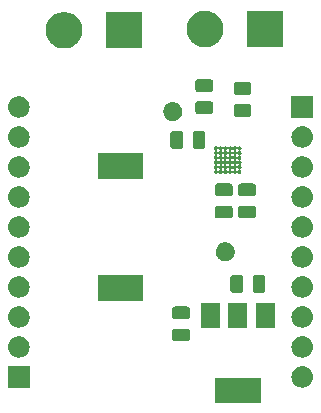
<source format=gbr>
G04 #@! TF.GenerationSoftware,KiCad,Pcbnew,5.1.1-8be2ce7~80~ubuntu18.10.1*
G04 #@! TF.CreationDate,2019-05-25T12:59:07+08:00*
G04 #@! TF.ProjectId,tas2562_dev_pcb,74617332-3536-4325-9f64-65765f706362,rev?*
G04 #@! TF.SameCoordinates,Original*
G04 #@! TF.FileFunction,Soldermask,Top*
G04 #@! TF.FilePolarity,Negative*
%FSLAX46Y46*%
G04 Gerber Fmt 4.6, Leading zero omitted, Abs format (unit mm)*
G04 Created by KiCad (PCBNEW 5.1.1-8be2ce7~80~ubuntu18.10.1) date 2019-05-25 12:59:07*
%MOMM*%
%LPD*%
G04 APERTURE LIST*
%ADD10C,0.100000*%
G04 APERTURE END LIST*
D10*
G36*
X150033000Y-94879000D02*
G01*
X146131000Y-94879000D01*
X146131000Y-92777000D01*
X150033000Y-92777000D01*
X150033000Y-94879000D01*
X150033000Y-94879000D01*
G37*
G36*
X153661135Y-91818778D02*
G01*
X153694227Y-91822037D01*
X153807453Y-91856384D01*
X153864067Y-91873557D01*
X154020590Y-91957220D01*
X154157786Y-92069814D01*
X154270380Y-92207010D01*
X154354043Y-92363533D01*
X154354043Y-92363534D01*
X154405563Y-92533373D01*
X154405563Y-92533375D01*
X154422960Y-92710000D01*
X154408426Y-92857559D01*
X154405563Y-92886627D01*
X154371216Y-92999853D01*
X154354043Y-93056467D01*
X154270380Y-93212990D01*
X154157786Y-93350186D01*
X154020590Y-93462780D01*
X153864067Y-93546443D01*
X153807453Y-93563616D01*
X153694227Y-93597963D01*
X153661135Y-93601222D01*
X153561864Y-93611000D01*
X153473336Y-93611000D01*
X153374065Y-93601222D01*
X153340973Y-93597963D01*
X153227747Y-93563616D01*
X153171133Y-93546443D01*
X153014610Y-93462780D01*
X152877414Y-93350186D01*
X152764820Y-93212990D01*
X152681157Y-93056467D01*
X152663984Y-92999853D01*
X152629637Y-92886627D01*
X152626774Y-92857559D01*
X152612240Y-92710000D01*
X152629637Y-92533375D01*
X152629637Y-92533373D01*
X152681157Y-92363534D01*
X152681157Y-92363533D01*
X152764820Y-92207010D01*
X152877414Y-92069814D01*
X153014610Y-91957220D01*
X153171133Y-91873557D01*
X153227747Y-91856384D01*
X153340973Y-91822037D01*
X153374065Y-91818778D01*
X153473336Y-91809000D01*
X153561864Y-91809000D01*
X153661135Y-91818778D01*
X153661135Y-91818778D01*
G37*
G36*
X130441000Y-93611000D02*
G01*
X128639000Y-93611000D01*
X128639000Y-91809000D01*
X130441000Y-91809000D01*
X130441000Y-93611000D01*
X130441000Y-93611000D01*
G37*
G36*
X129683535Y-89278778D02*
G01*
X129716627Y-89282037D01*
X129829853Y-89316384D01*
X129886467Y-89333557D01*
X130042990Y-89417220D01*
X130180186Y-89529814D01*
X130292780Y-89667010D01*
X130376443Y-89823533D01*
X130376443Y-89823534D01*
X130427963Y-89993373D01*
X130427963Y-89993375D01*
X130445360Y-90170000D01*
X130430826Y-90317559D01*
X130427963Y-90346627D01*
X130393616Y-90459853D01*
X130376443Y-90516467D01*
X130292780Y-90672990D01*
X130180186Y-90810186D01*
X130042990Y-90922780D01*
X129886467Y-91006443D01*
X129829853Y-91023616D01*
X129716627Y-91057963D01*
X129683535Y-91061222D01*
X129584264Y-91071000D01*
X129495736Y-91071000D01*
X129396465Y-91061222D01*
X129363373Y-91057963D01*
X129250147Y-91023616D01*
X129193533Y-91006443D01*
X129037010Y-90922780D01*
X128899814Y-90810186D01*
X128787220Y-90672990D01*
X128703557Y-90516467D01*
X128686384Y-90459853D01*
X128652037Y-90346627D01*
X128649174Y-90317559D01*
X128634640Y-90170000D01*
X128652037Y-89993375D01*
X128652037Y-89993373D01*
X128703557Y-89823534D01*
X128703557Y-89823533D01*
X128787220Y-89667010D01*
X128899814Y-89529814D01*
X129037010Y-89417220D01*
X129193533Y-89333557D01*
X129250147Y-89316384D01*
X129363373Y-89282037D01*
X129396465Y-89278778D01*
X129495736Y-89269000D01*
X129584264Y-89269000D01*
X129683535Y-89278778D01*
X129683535Y-89278778D01*
G37*
G36*
X153661135Y-89278778D02*
G01*
X153694227Y-89282037D01*
X153807453Y-89316384D01*
X153864067Y-89333557D01*
X154020590Y-89417220D01*
X154157786Y-89529814D01*
X154270380Y-89667010D01*
X154354043Y-89823533D01*
X154354043Y-89823534D01*
X154405563Y-89993373D01*
X154405563Y-89993375D01*
X154422960Y-90170000D01*
X154408426Y-90317559D01*
X154405563Y-90346627D01*
X154371216Y-90459853D01*
X154354043Y-90516467D01*
X154270380Y-90672990D01*
X154157786Y-90810186D01*
X154020590Y-90922780D01*
X153864067Y-91006443D01*
X153807453Y-91023616D01*
X153694227Y-91057963D01*
X153661135Y-91061222D01*
X153561864Y-91071000D01*
X153473336Y-91071000D01*
X153374065Y-91061222D01*
X153340973Y-91057963D01*
X153227747Y-91023616D01*
X153171133Y-91006443D01*
X153014610Y-90922780D01*
X152877414Y-90810186D01*
X152764820Y-90672990D01*
X152681157Y-90516467D01*
X152663984Y-90459853D01*
X152629637Y-90346627D01*
X152626774Y-90317559D01*
X152612240Y-90170000D01*
X152629637Y-89993375D01*
X152629637Y-89993373D01*
X152681157Y-89823534D01*
X152681157Y-89823533D01*
X152764820Y-89667010D01*
X152877414Y-89529814D01*
X153014610Y-89417220D01*
X153171133Y-89333557D01*
X153227747Y-89316384D01*
X153340973Y-89282037D01*
X153374065Y-89278778D01*
X153473336Y-89269000D01*
X153561864Y-89269000D01*
X153661135Y-89278778D01*
X153661135Y-89278778D01*
G37*
G36*
X143830432Y-88620188D02*
G01*
X143871469Y-88632636D01*
X143909288Y-88652851D01*
X143942441Y-88680059D01*
X143969649Y-88713212D01*
X143989864Y-88751031D01*
X144002312Y-88792068D01*
X144007000Y-88839667D01*
X144007000Y-89468333D01*
X144002312Y-89515932D01*
X143989864Y-89556969D01*
X143969649Y-89594788D01*
X143942441Y-89627941D01*
X143909288Y-89655149D01*
X143871469Y-89675364D01*
X143830432Y-89687812D01*
X143782833Y-89692500D01*
X142729167Y-89692500D01*
X142681568Y-89687812D01*
X142640531Y-89675364D01*
X142602712Y-89655149D01*
X142569559Y-89627941D01*
X142542351Y-89594788D01*
X142522136Y-89556969D01*
X142509688Y-89515932D01*
X142505000Y-89468333D01*
X142505000Y-88839667D01*
X142509688Y-88792068D01*
X142522136Y-88751031D01*
X142542351Y-88713212D01*
X142569559Y-88680059D01*
X142602712Y-88652851D01*
X142640531Y-88632636D01*
X142681568Y-88620188D01*
X142729167Y-88615500D01*
X143782833Y-88615500D01*
X143830432Y-88620188D01*
X143830432Y-88620188D01*
G37*
G36*
X146583000Y-88579000D02*
G01*
X144981000Y-88579000D01*
X144981000Y-86477000D01*
X146583000Y-86477000D01*
X146583000Y-88579000D01*
X146583000Y-88579000D01*
G37*
G36*
X148883000Y-88579000D02*
G01*
X147281000Y-88579000D01*
X147281000Y-86477000D01*
X148883000Y-86477000D01*
X148883000Y-88579000D01*
X148883000Y-88579000D01*
G37*
G36*
X151183000Y-88579000D02*
G01*
X149581000Y-88579000D01*
X149581000Y-86477000D01*
X151183000Y-86477000D01*
X151183000Y-88579000D01*
X151183000Y-88579000D01*
G37*
G36*
X153661135Y-86738778D02*
G01*
X153694227Y-86742037D01*
X153807453Y-86776384D01*
X153864067Y-86793557D01*
X154020590Y-86877220D01*
X154157786Y-86989814D01*
X154270380Y-87127010D01*
X154354043Y-87283533D01*
X154354043Y-87283534D01*
X154405563Y-87453373D01*
X154405563Y-87453375D01*
X154422960Y-87630000D01*
X154417841Y-87681969D01*
X154405563Y-87806627D01*
X154371216Y-87919853D01*
X154354043Y-87976467D01*
X154270380Y-88132990D01*
X154157786Y-88270186D01*
X154020590Y-88382780D01*
X153864067Y-88466443D01*
X153807453Y-88483616D01*
X153694227Y-88517963D01*
X153661135Y-88521222D01*
X153561864Y-88531000D01*
X153473336Y-88531000D01*
X153374065Y-88521222D01*
X153340973Y-88517963D01*
X153227747Y-88483616D01*
X153171133Y-88466443D01*
X153014610Y-88382780D01*
X152877414Y-88270186D01*
X152764820Y-88132990D01*
X152681157Y-87976467D01*
X152663984Y-87919853D01*
X152629637Y-87806627D01*
X152617359Y-87681969D01*
X152612240Y-87630000D01*
X152629637Y-87453375D01*
X152629637Y-87453373D01*
X152681157Y-87283534D01*
X152681157Y-87283533D01*
X152764820Y-87127010D01*
X152877414Y-86989814D01*
X153014610Y-86877220D01*
X153171133Y-86793557D01*
X153227747Y-86776384D01*
X153340973Y-86742037D01*
X153374065Y-86738778D01*
X153473336Y-86729000D01*
X153561864Y-86729000D01*
X153661135Y-86738778D01*
X153661135Y-86738778D01*
G37*
G36*
X129683535Y-86738778D02*
G01*
X129716627Y-86742037D01*
X129829853Y-86776384D01*
X129886467Y-86793557D01*
X130042990Y-86877220D01*
X130180186Y-86989814D01*
X130292780Y-87127010D01*
X130376443Y-87283533D01*
X130376443Y-87283534D01*
X130427963Y-87453373D01*
X130427963Y-87453375D01*
X130445360Y-87630000D01*
X130440241Y-87681969D01*
X130427963Y-87806627D01*
X130393616Y-87919853D01*
X130376443Y-87976467D01*
X130292780Y-88132990D01*
X130180186Y-88270186D01*
X130042990Y-88382780D01*
X129886467Y-88466443D01*
X129829853Y-88483616D01*
X129716627Y-88517963D01*
X129683535Y-88521222D01*
X129584264Y-88531000D01*
X129495736Y-88531000D01*
X129396465Y-88521222D01*
X129363373Y-88517963D01*
X129250147Y-88483616D01*
X129193533Y-88466443D01*
X129037010Y-88382780D01*
X128899814Y-88270186D01*
X128787220Y-88132990D01*
X128703557Y-87976467D01*
X128686384Y-87919853D01*
X128652037Y-87806627D01*
X128639759Y-87681969D01*
X128634640Y-87630000D01*
X128652037Y-87453375D01*
X128652037Y-87453373D01*
X128703557Y-87283534D01*
X128703557Y-87283533D01*
X128787220Y-87127010D01*
X128899814Y-86989814D01*
X129037010Y-86877220D01*
X129193533Y-86793557D01*
X129250147Y-86776384D01*
X129363373Y-86742037D01*
X129396465Y-86738778D01*
X129495736Y-86729000D01*
X129584264Y-86729000D01*
X129683535Y-86738778D01*
X129683535Y-86738778D01*
G37*
G36*
X143830432Y-86745188D02*
G01*
X143871469Y-86757636D01*
X143909288Y-86777851D01*
X143942441Y-86805059D01*
X143969649Y-86838212D01*
X143989864Y-86876031D01*
X144002312Y-86917068D01*
X144007000Y-86964667D01*
X144007000Y-87593333D01*
X144002312Y-87640932D01*
X143989864Y-87681969D01*
X143969649Y-87719788D01*
X143942441Y-87752941D01*
X143909288Y-87780149D01*
X143871469Y-87800364D01*
X143830432Y-87812812D01*
X143782833Y-87817500D01*
X142729167Y-87817500D01*
X142681568Y-87812812D01*
X142640531Y-87800364D01*
X142602712Y-87780149D01*
X142569559Y-87752941D01*
X142542351Y-87719788D01*
X142522136Y-87681969D01*
X142509688Y-87640932D01*
X142505000Y-87593333D01*
X142505000Y-86964667D01*
X142509688Y-86917068D01*
X142522136Y-86876031D01*
X142542351Y-86838212D01*
X142569559Y-86805059D01*
X142602712Y-86777851D01*
X142640531Y-86757636D01*
X142681568Y-86745188D01*
X142729167Y-86740500D01*
X143782833Y-86740500D01*
X143830432Y-86745188D01*
X143830432Y-86745188D01*
G37*
G36*
X140077000Y-86241800D02*
G01*
X136275000Y-86241800D01*
X136275000Y-84039800D01*
X140077000Y-84039800D01*
X140077000Y-86241800D01*
X140077000Y-86241800D01*
G37*
G36*
X129683535Y-84198778D02*
G01*
X129716627Y-84202037D01*
X129829853Y-84236384D01*
X129886467Y-84253557D01*
X130042990Y-84337220D01*
X130180186Y-84449814D01*
X130292780Y-84587010D01*
X130376443Y-84743533D01*
X130376443Y-84743534D01*
X130427963Y-84913373D01*
X130427963Y-84913375D01*
X130445360Y-85090000D01*
X130430826Y-85237559D01*
X130427963Y-85266627D01*
X130412455Y-85317750D01*
X130376443Y-85436467D01*
X130292780Y-85592990D01*
X130180186Y-85730186D01*
X130042990Y-85842780D01*
X129886467Y-85926443D01*
X129829853Y-85943616D01*
X129716627Y-85977963D01*
X129683535Y-85981222D01*
X129584264Y-85991000D01*
X129495736Y-85991000D01*
X129396465Y-85981222D01*
X129363373Y-85977963D01*
X129250147Y-85943616D01*
X129193533Y-85926443D01*
X129037010Y-85842780D01*
X128899814Y-85730186D01*
X128787220Y-85592990D01*
X128703557Y-85436467D01*
X128667545Y-85317750D01*
X128652037Y-85266627D01*
X128649174Y-85237559D01*
X128634640Y-85090000D01*
X128652037Y-84913375D01*
X128652037Y-84913373D01*
X128703557Y-84743534D01*
X128703557Y-84743533D01*
X128787220Y-84587010D01*
X128899814Y-84449814D01*
X129037010Y-84337220D01*
X129193533Y-84253557D01*
X129250147Y-84236384D01*
X129363373Y-84202037D01*
X129396465Y-84198778D01*
X129495736Y-84189000D01*
X129584264Y-84189000D01*
X129683535Y-84198778D01*
X129683535Y-84198778D01*
G37*
G36*
X153661135Y-84198778D02*
G01*
X153694227Y-84202037D01*
X153807453Y-84236384D01*
X153864067Y-84253557D01*
X154020590Y-84337220D01*
X154157786Y-84449814D01*
X154270380Y-84587010D01*
X154354043Y-84743533D01*
X154354043Y-84743534D01*
X154405563Y-84913373D01*
X154405563Y-84913375D01*
X154422960Y-85090000D01*
X154408426Y-85237559D01*
X154405563Y-85266627D01*
X154390055Y-85317750D01*
X154354043Y-85436467D01*
X154270380Y-85592990D01*
X154157786Y-85730186D01*
X154020590Y-85842780D01*
X153864067Y-85926443D01*
X153807453Y-85943616D01*
X153694227Y-85977963D01*
X153661135Y-85981222D01*
X153561864Y-85991000D01*
X153473336Y-85991000D01*
X153374065Y-85981222D01*
X153340973Y-85977963D01*
X153227747Y-85943616D01*
X153171133Y-85926443D01*
X153014610Y-85842780D01*
X152877414Y-85730186D01*
X152764820Y-85592990D01*
X152681157Y-85436467D01*
X152645145Y-85317750D01*
X152629637Y-85266627D01*
X152626774Y-85237559D01*
X152612240Y-85090000D01*
X152629637Y-84913375D01*
X152629637Y-84913373D01*
X152681157Y-84743534D01*
X152681157Y-84743533D01*
X152764820Y-84587010D01*
X152877414Y-84449814D01*
X153014610Y-84337220D01*
X153171133Y-84253557D01*
X153227747Y-84236384D01*
X153340973Y-84202037D01*
X153374065Y-84198778D01*
X153473336Y-84189000D01*
X153561864Y-84189000D01*
X153661135Y-84198778D01*
X153661135Y-84198778D01*
G37*
G36*
X148346932Y-84089688D02*
G01*
X148387969Y-84102136D01*
X148425788Y-84122351D01*
X148458941Y-84149559D01*
X148486149Y-84182712D01*
X148506364Y-84220531D01*
X148518812Y-84261568D01*
X148523500Y-84309167D01*
X148523500Y-85362833D01*
X148518812Y-85410432D01*
X148506364Y-85451469D01*
X148486149Y-85489288D01*
X148458941Y-85522441D01*
X148425788Y-85549649D01*
X148387969Y-85569864D01*
X148346932Y-85582312D01*
X148299333Y-85587000D01*
X147670667Y-85587000D01*
X147623068Y-85582312D01*
X147582031Y-85569864D01*
X147544212Y-85549649D01*
X147511059Y-85522441D01*
X147483851Y-85489288D01*
X147463636Y-85451469D01*
X147451188Y-85410432D01*
X147446500Y-85362833D01*
X147446500Y-84309167D01*
X147451188Y-84261568D01*
X147463636Y-84220531D01*
X147483851Y-84182712D01*
X147511059Y-84149559D01*
X147544212Y-84122351D01*
X147582031Y-84102136D01*
X147623068Y-84089688D01*
X147670667Y-84085000D01*
X148299333Y-84085000D01*
X148346932Y-84089688D01*
X148346932Y-84089688D01*
G37*
G36*
X150221932Y-84089688D02*
G01*
X150262969Y-84102136D01*
X150300788Y-84122351D01*
X150333941Y-84149559D01*
X150361149Y-84182712D01*
X150381364Y-84220531D01*
X150393812Y-84261568D01*
X150398500Y-84309167D01*
X150398500Y-85362833D01*
X150393812Y-85410432D01*
X150381364Y-85451469D01*
X150361149Y-85489288D01*
X150333941Y-85522441D01*
X150300788Y-85549649D01*
X150262969Y-85569864D01*
X150221932Y-85582312D01*
X150174333Y-85587000D01*
X149545667Y-85587000D01*
X149498068Y-85582312D01*
X149457031Y-85569864D01*
X149419212Y-85549649D01*
X149386059Y-85522441D01*
X149358851Y-85489288D01*
X149338636Y-85451469D01*
X149326188Y-85410432D01*
X149321500Y-85362833D01*
X149321500Y-84309167D01*
X149326188Y-84261568D01*
X149338636Y-84220531D01*
X149358851Y-84182712D01*
X149386059Y-84149559D01*
X149419212Y-84122351D01*
X149457031Y-84102136D01*
X149498068Y-84089688D01*
X149545667Y-84085000D01*
X150174333Y-84085000D01*
X150221932Y-84089688D01*
X150221932Y-84089688D01*
G37*
G36*
X153661135Y-81658778D02*
G01*
X153694227Y-81662037D01*
X153807453Y-81696384D01*
X153864067Y-81713557D01*
X154020590Y-81797220D01*
X154157786Y-81909814D01*
X154270380Y-82047010D01*
X154354043Y-82203533D01*
X154354043Y-82203534D01*
X154405563Y-82373373D01*
X154405563Y-82373375D01*
X154422960Y-82550000D01*
X154408426Y-82697559D01*
X154405563Y-82726627D01*
X154378653Y-82815336D01*
X154354043Y-82896467D01*
X154270380Y-83052990D01*
X154157786Y-83190186D01*
X154020590Y-83302780D01*
X153864067Y-83386443D01*
X153807453Y-83403616D01*
X153694227Y-83437963D01*
X153661135Y-83441222D01*
X153561864Y-83451000D01*
X153473336Y-83451000D01*
X153374065Y-83441222D01*
X153340973Y-83437963D01*
X153227747Y-83403616D01*
X153171133Y-83386443D01*
X153014610Y-83302780D01*
X152877414Y-83190186D01*
X152764820Y-83052990D01*
X152681157Y-82896467D01*
X152656547Y-82815336D01*
X152629637Y-82726627D01*
X152626774Y-82697559D01*
X152612240Y-82550000D01*
X152629637Y-82373375D01*
X152629637Y-82373373D01*
X152681157Y-82203534D01*
X152681157Y-82203533D01*
X152764820Y-82047010D01*
X152877414Y-81909814D01*
X153014610Y-81797220D01*
X153171133Y-81713557D01*
X153227747Y-81696384D01*
X153340973Y-81662037D01*
X153374065Y-81658778D01*
X153473336Y-81649000D01*
X153561864Y-81649000D01*
X153661135Y-81658778D01*
X153661135Y-81658778D01*
G37*
G36*
X129683535Y-81658778D02*
G01*
X129716627Y-81662037D01*
X129829853Y-81696384D01*
X129886467Y-81713557D01*
X130042990Y-81797220D01*
X130180186Y-81909814D01*
X130292780Y-82047010D01*
X130376443Y-82203533D01*
X130376443Y-82203534D01*
X130427963Y-82373373D01*
X130427963Y-82373375D01*
X130445360Y-82550000D01*
X130430826Y-82697559D01*
X130427963Y-82726627D01*
X130401053Y-82815336D01*
X130376443Y-82896467D01*
X130292780Y-83052990D01*
X130180186Y-83190186D01*
X130042990Y-83302780D01*
X129886467Y-83386443D01*
X129829853Y-83403616D01*
X129716627Y-83437963D01*
X129683535Y-83441222D01*
X129584264Y-83451000D01*
X129495736Y-83451000D01*
X129396465Y-83441222D01*
X129363373Y-83437963D01*
X129250147Y-83403616D01*
X129193533Y-83386443D01*
X129037010Y-83302780D01*
X128899814Y-83190186D01*
X128787220Y-83052990D01*
X128703557Y-82896467D01*
X128678947Y-82815336D01*
X128652037Y-82726627D01*
X128649174Y-82697559D01*
X128634640Y-82550000D01*
X128652037Y-82373375D01*
X128652037Y-82373373D01*
X128703557Y-82203534D01*
X128703557Y-82203533D01*
X128787220Y-82047010D01*
X128899814Y-81909814D01*
X129037010Y-81797220D01*
X129193533Y-81713557D01*
X129250147Y-81696384D01*
X129363373Y-81662037D01*
X129396465Y-81658778D01*
X129495736Y-81649000D01*
X129584264Y-81649000D01*
X129683535Y-81658778D01*
X129683535Y-81658778D01*
G37*
G36*
X147132976Y-81314761D02*
G01*
X147236145Y-81335282D01*
X147321536Y-81370653D01*
X147381916Y-81395663D01*
X147513108Y-81483322D01*
X147624678Y-81594892D01*
X147712337Y-81726084D01*
X147737347Y-81786464D01*
X147772718Y-81871855D01*
X147793239Y-81975024D01*
X147803500Y-82026608D01*
X147803500Y-82184392D01*
X147799692Y-82203534D01*
X147772718Y-82339145D01*
X147758540Y-82373373D01*
X147712337Y-82484916D01*
X147624678Y-82616108D01*
X147513108Y-82727678D01*
X147381916Y-82815337D01*
X147321536Y-82840347D01*
X147236145Y-82875718D01*
X147132976Y-82896239D01*
X147081392Y-82906500D01*
X146923608Y-82906500D01*
X146872024Y-82896239D01*
X146768855Y-82875718D01*
X146683464Y-82840347D01*
X146623084Y-82815337D01*
X146491892Y-82727678D01*
X146380322Y-82616108D01*
X146292663Y-82484916D01*
X146246460Y-82373373D01*
X146232282Y-82339145D01*
X146205308Y-82203534D01*
X146201500Y-82184392D01*
X146201500Y-82026608D01*
X146211761Y-81975024D01*
X146232282Y-81871855D01*
X146267653Y-81786464D01*
X146292663Y-81726084D01*
X146380322Y-81594892D01*
X146491892Y-81483322D01*
X146623084Y-81395663D01*
X146683464Y-81370653D01*
X146768855Y-81335282D01*
X146872024Y-81314761D01*
X146923608Y-81304500D01*
X147081392Y-81304500D01*
X147132976Y-81314761D01*
X147132976Y-81314761D01*
G37*
G36*
X153661135Y-79118778D02*
G01*
X153694227Y-79122037D01*
X153807453Y-79156384D01*
X153864067Y-79173557D01*
X154020590Y-79257220D01*
X154157786Y-79369814D01*
X154270380Y-79507010D01*
X154354043Y-79663533D01*
X154354043Y-79663534D01*
X154405563Y-79833373D01*
X154405563Y-79833375D01*
X154422960Y-80010000D01*
X154408426Y-80157559D01*
X154405563Y-80186627D01*
X154371216Y-80299853D01*
X154354043Y-80356467D01*
X154270380Y-80512990D01*
X154157786Y-80650186D01*
X154020590Y-80762780D01*
X153864067Y-80846443D01*
X153807453Y-80863616D01*
X153694227Y-80897963D01*
X153661135Y-80901222D01*
X153561864Y-80911000D01*
X153473336Y-80911000D01*
X153374065Y-80901222D01*
X153340973Y-80897963D01*
X153227747Y-80863616D01*
X153171133Y-80846443D01*
X153014610Y-80762780D01*
X152877414Y-80650186D01*
X152764820Y-80512990D01*
X152681157Y-80356467D01*
X152663984Y-80299853D01*
X152629637Y-80186627D01*
X152626774Y-80157559D01*
X152612240Y-80010000D01*
X152629637Y-79833375D01*
X152629637Y-79833373D01*
X152681157Y-79663534D01*
X152681157Y-79663533D01*
X152764820Y-79507010D01*
X152877414Y-79369814D01*
X153014610Y-79257220D01*
X153171133Y-79173557D01*
X153227747Y-79156384D01*
X153340973Y-79122037D01*
X153374065Y-79118778D01*
X153473336Y-79109000D01*
X153561864Y-79109000D01*
X153661135Y-79118778D01*
X153661135Y-79118778D01*
G37*
G36*
X129683535Y-79118778D02*
G01*
X129716627Y-79122037D01*
X129829853Y-79156384D01*
X129886467Y-79173557D01*
X130042990Y-79257220D01*
X130180186Y-79369814D01*
X130292780Y-79507010D01*
X130376443Y-79663533D01*
X130376443Y-79663534D01*
X130427963Y-79833373D01*
X130427963Y-79833375D01*
X130445360Y-80010000D01*
X130430826Y-80157559D01*
X130427963Y-80186627D01*
X130393616Y-80299853D01*
X130376443Y-80356467D01*
X130292780Y-80512990D01*
X130180186Y-80650186D01*
X130042990Y-80762780D01*
X129886467Y-80846443D01*
X129829853Y-80863616D01*
X129716627Y-80897963D01*
X129683535Y-80901222D01*
X129584264Y-80911000D01*
X129495736Y-80911000D01*
X129396465Y-80901222D01*
X129363373Y-80897963D01*
X129250147Y-80863616D01*
X129193533Y-80846443D01*
X129037010Y-80762780D01*
X128899814Y-80650186D01*
X128787220Y-80512990D01*
X128703557Y-80356467D01*
X128686384Y-80299853D01*
X128652037Y-80186627D01*
X128649174Y-80157559D01*
X128634640Y-80010000D01*
X128652037Y-79833375D01*
X128652037Y-79833373D01*
X128703557Y-79663534D01*
X128703557Y-79663533D01*
X128787220Y-79507010D01*
X128899814Y-79369814D01*
X129037010Y-79257220D01*
X129193533Y-79173557D01*
X129250147Y-79156384D01*
X129363373Y-79122037D01*
X129396465Y-79118778D01*
X129495736Y-79109000D01*
X129584264Y-79109000D01*
X129683535Y-79118778D01*
X129683535Y-79118778D01*
G37*
G36*
X147449932Y-78206188D02*
G01*
X147490969Y-78218636D01*
X147528788Y-78238851D01*
X147561941Y-78266059D01*
X147589149Y-78299212D01*
X147609364Y-78337031D01*
X147621812Y-78378068D01*
X147626500Y-78425667D01*
X147626500Y-79054333D01*
X147621812Y-79101932D01*
X147609364Y-79142969D01*
X147589149Y-79180788D01*
X147561941Y-79213941D01*
X147528788Y-79241149D01*
X147490969Y-79261364D01*
X147449932Y-79273812D01*
X147402333Y-79278500D01*
X146348667Y-79278500D01*
X146301068Y-79273812D01*
X146260031Y-79261364D01*
X146222212Y-79241149D01*
X146189059Y-79213941D01*
X146161851Y-79180788D01*
X146141636Y-79142969D01*
X146129188Y-79101932D01*
X146124500Y-79054333D01*
X146124500Y-78425667D01*
X146129188Y-78378068D01*
X146141636Y-78337031D01*
X146161851Y-78299212D01*
X146189059Y-78266059D01*
X146222212Y-78238851D01*
X146260031Y-78218636D01*
X146301068Y-78206188D01*
X146348667Y-78201500D01*
X147402333Y-78201500D01*
X147449932Y-78206188D01*
X147449932Y-78206188D01*
G37*
G36*
X149418432Y-78206188D02*
G01*
X149459469Y-78218636D01*
X149497288Y-78238851D01*
X149530441Y-78266059D01*
X149557649Y-78299212D01*
X149577864Y-78337031D01*
X149590312Y-78378068D01*
X149595000Y-78425667D01*
X149595000Y-79054333D01*
X149590312Y-79101932D01*
X149577864Y-79142969D01*
X149557649Y-79180788D01*
X149530441Y-79213941D01*
X149497288Y-79241149D01*
X149459469Y-79261364D01*
X149418432Y-79273812D01*
X149370833Y-79278500D01*
X148317167Y-79278500D01*
X148269568Y-79273812D01*
X148228531Y-79261364D01*
X148190712Y-79241149D01*
X148157559Y-79213941D01*
X148130351Y-79180788D01*
X148110136Y-79142969D01*
X148097688Y-79101932D01*
X148093000Y-79054333D01*
X148093000Y-78425667D01*
X148097688Y-78378068D01*
X148110136Y-78337031D01*
X148130351Y-78299212D01*
X148157559Y-78266059D01*
X148190712Y-78238851D01*
X148228531Y-78218636D01*
X148269568Y-78206188D01*
X148317167Y-78201500D01*
X149370833Y-78201500D01*
X149418432Y-78206188D01*
X149418432Y-78206188D01*
G37*
G36*
X129683535Y-76578778D02*
G01*
X129716627Y-76582037D01*
X129829853Y-76616384D01*
X129886467Y-76633557D01*
X130042990Y-76717220D01*
X130180186Y-76829814D01*
X130292780Y-76967010D01*
X130376443Y-77123533D01*
X130376443Y-77123534D01*
X130427963Y-77293373D01*
X130427963Y-77293375D01*
X130445360Y-77470000D01*
X130430826Y-77617559D01*
X130427963Y-77646627D01*
X130393616Y-77759853D01*
X130376443Y-77816467D01*
X130292780Y-77972990D01*
X130180186Y-78110186D01*
X130042990Y-78222780D01*
X129886467Y-78306443D01*
X129837941Y-78321163D01*
X129716627Y-78357963D01*
X129683535Y-78361222D01*
X129584264Y-78371000D01*
X129495736Y-78371000D01*
X129396465Y-78361222D01*
X129363373Y-78357963D01*
X129242059Y-78321163D01*
X129193533Y-78306443D01*
X129037010Y-78222780D01*
X128899814Y-78110186D01*
X128787220Y-77972990D01*
X128703557Y-77816467D01*
X128686384Y-77759853D01*
X128652037Y-77646627D01*
X128649174Y-77617559D01*
X128634640Y-77470000D01*
X128652037Y-77293375D01*
X128652037Y-77293373D01*
X128703557Y-77123534D01*
X128703557Y-77123533D01*
X128787220Y-76967010D01*
X128899814Y-76829814D01*
X129037010Y-76717220D01*
X129193533Y-76633557D01*
X129250147Y-76616384D01*
X129363373Y-76582037D01*
X129396465Y-76578778D01*
X129495736Y-76569000D01*
X129584264Y-76569000D01*
X129683535Y-76578778D01*
X129683535Y-76578778D01*
G37*
G36*
X153661135Y-76578778D02*
G01*
X153694227Y-76582037D01*
X153807453Y-76616384D01*
X153864067Y-76633557D01*
X154020590Y-76717220D01*
X154157786Y-76829814D01*
X154270380Y-76967010D01*
X154354043Y-77123533D01*
X154354043Y-77123534D01*
X154405563Y-77293373D01*
X154405563Y-77293375D01*
X154422960Y-77470000D01*
X154408426Y-77617559D01*
X154405563Y-77646627D01*
X154371216Y-77759853D01*
X154354043Y-77816467D01*
X154270380Y-77972990D01*
X154157786Y-78110186D01*
X154020590Y-78222780D01*
X153864067Y-78306443D01*
X153815541Y-78321163D01*
X153694227Y-78357963D01*
X153661135Y-78361222D01*
X153561864Y-78371000D01*
X153473336Y-78371000D01*
X153374065Y-78361222D01*
X153340973Y-78357963D01*
X153219659Y-78321163D01*
X153171133Y-78306443D01*
X153014610Y-78222780D01*
X152877414Y-78110186D01*
X152764820Y-77972990D01*
X152681157Y-77816467D01*
X152663984Y-77759853D01*
X152629637Y-77646627D01*
X152626774Y-77617559D01*
X152612240Y-77470000D01*
X152629637Y-77293375D01*
X152629637Y-77293373D01*
X152681157Y-77123534D01*
X152681157Y-77123533D01*
X152764820Y-76967010D01*
X152877414Y-76829814D01*
X153014610Y-76717220D01*
X153171133Y-76633557D01*
X153227747Y-76616384D01*
X153340973Y-76582037D01*
X153374065Y-76578778D01*
X153473336Y-76569000D01*
X153561864Y-76569000D01*
X153661135Y-76578778D01*
X153661135Y-76578778D01*
G37*
G36*
X147449932Y-76331188D02*
G01*
X147490969Y-76343636D01*
X147528788Y-76363851D01*
X147561941Y-76391059D01*
X147589149Y-76424212D01*
X147609364Y-76462031D01*
X147621812Y-76503068D01*
X147626500Y-76550667D01*
X147626500Y-77179333D01*
X147621812Y-77226932D01*
X147609364Y-77267969D01*
X147589149Y-77305788D01*
X147561941Y-77338941D01*
X147528788Y-77366149D01*
X147490969Y-77386364D01*
X147449932Y-77398812D01*
X147402333Y-77403500D01*
X146348667Y-77403500D01*
X146301068Y-77398812D01*
X146260031Y-77386364D01*
X146222212Y-77366149D01*
X146189059Y-77338941D01*
X146161851Y-77305788D01*
X146141636Y-77267969D01*
X146129188Y-77226932D01*
X146124500Y-77179333D01*
X146124500Y-76550667D01*
X146129188Y-76503068D01*
X146141636Y-76462031D01*
X146161851Y-76424212D01*
X146189059Y-76391059D01*
X146222212Y-76363851D01*
X146260031Y-76343636D01*
X146301068Y-76331188D01*
X146348667Y-76326500D01*
X147402333Y-76326500D01*
X147449932Y-76331188D01*
X147449932Y-76331188D01*
G37*
G36*
X149418432Y-76331188D02*
G01*
X149459469Y-76343636D01*
X149497288Y-76363851D01*
X149530441Y-76391059D01*
X149557649Y-76424212D01*
X149577864Y-76462031D01*
X149590312Y-76503068D01*
X149595000Y-76550667D01*
X149595000Y-77179333D01*
X149590312Y-77226932D01*
X149577864Y-77267969D01*
X149557649Y-77305788D01*
X149530441Y-77338941D01*
X149497288Y-77366149D01*
X149459469Y-77386364D01*
X149418432Y-77398812D01*
X149370833Y-77403500D01*
X148317167Y-77403500D01*
X148269568Y-77398812D01*
X148228531Y-77386364D01*
X148190712Y-77366149D01*
X148157559Y-77338941D01*
X148130351Y-77305788D01*
X148110136Y-77267969D01*
X148097688Y-77226932D01*
X148093000Y-77179333D01*
X148093000Y-76550667D01*
X148097688Y-76503068D01*
X148110136Y-76462031D01*
X148130351Y-76424212D01*
X148157559Y-76391059D01*
X148190712Y-76363851D01*
X148228531Y-76343636D01*
X148269568Y-76331188D01*
X148317167Y-76326500D01*
X149370833Y-76326500D01*
X149418432Y-76331188D01*
X149418432Y-76331188D01*
G37*
G36*
X140077000Y-75954800D02*
G01*
X136275000Y-75954800D01*
X136275000Y-73752800D01*
X140077000Y-73752800D01*
X140077000Y-75954800D01*
X140077000Y-75954800D01*
G37*
G36*
X129683535Y-74038778D02*
G01*
X129716627Y-74042037D01*
X129801223Y-74067699D01*
X129886467Y-74093557D01*
X130042990Y-74177220D01*
X130180186Y-74289814D01*
X130292780Y-74427010D01*
X130376443Y-74583533D01*
X130388688Y-74623901D01*
X130427963Y-74753373D01*
X130430566Y-74779800D01*
X130445360Y-74930000D01*
X130434640Y-75038833D01*
X130427963Y-75106627D01*
X130403831Y-75186179D01*
X130376443Y-75276467D01*
X130292780Y-75432990D01*
X130180186Y-75570186D01*
X130042990Y-75682780D01*
X129886467Y-75766443D01*
X129829853Y-75783616D01*
X129716627Y-75817963D01*
X129683535Y-75821222D01*
X129584264Y-75831000D01*
X129495736Y-75831000D01*
X129396465Y-75821222D01*
X129363373Y-75817963D01*
X129250147Y-75783616D01*
X129193533Y-75766443D01*
X129037010Y-75682780D01*
X128899814Y-75570186D01*
X128787220Y-75432990D01*
X128703557Y-75276467D01*
X128676169Y-75186179D01*
X128652037Y-75106627D01*
X128645360Y-75038833D01*
X128634640Y-74930000D01*
X128649434Y-74779800D01*
X128652037Y-74753373D01*
X128691312Y-74623901D01*
X128703557Y-74583533D01*
X128787220Y-74427010D01*
X128899814Y-74289814D01*
X129037010Y-74177220D01*
X129193533Y-74093557D01*
X129278777Y-74067699D01*
X129363373Y-74042037D01*
X129396465Y-74038778D01*
X129495736Y-74029000D01*
X129584264Y-74029000D01*
X129683535Y-74038778D01*
X129683535Y-74038778D01*
G37*
G36*
X153661135Y-74038778D02*
G01*
X153694227Y-74042037D01*
X153778823Y-74067699D01*
X153864067Y-74093557D01*
X154020590Y-74177220D01*
X154157786Y-74289814D01*
X154270380Y-74427010D01*
X154354043Y-74583533D01*
X154366288Y-74623901D01*
X154405563Y-74753373D01*
X154408166Y-74779800D01*
X154422960Y-74930000D01*
X154412240Y-75038833D01*
X154405563Y-75106627D01*
X154381431Y-75186179D01*
X154354043Y-75276467D01*
X154270380Y-75432990D01*
X154157786Y-75570186D01*
X154020590Y-75682780D01*
X153864067Y-75766443D01*
X153807453Y-75783616D01*
X153694227Y-75817963D01*
X153661135Y-75821222D01*
X153561864Y-75831000D01*
X153473336Y-75831000D01*
X153374065Y-75821222D01*
X153340973Y-75817963D01*
X153227747Y-75783616D01*
X153171133Y-75766443D01*
X153014610Y-75682780D01*
X152877414Y-75570186D01*
X152764820Y-75432990D01*
X152681157Y-75276467D01*
X152653769Y-75186179D01*
X152629637Y-75106627D01*
X152622960Y-75038833D01*
X152612240Y-74930000D01*
X152627034Y-74779800D01*
X152629637Y-74753373D01*
X152668912Y-74623901D01*
X152681157Y-74583533D01*
X152764820Y-74427010D01*
X152877414Y-74289814D01*
X153014610Y-74177220D01*
X153171133Y-74093557D01*
X153256377Y-74067699D01*
X153340973Y-74042037D01*
X153374065Y-74038778D01*
X153473336Y-74029000D01*
X153561864Y-74029000D01*
X153661135Y-74038778D01*
X153661135Y-74038778D01*
G37*
G36*
X146266820Y-73186179D02*
G01*
X146284517Y-73193510D01*
X146297031Y-73198693D01*
X146324219Y-73216860D01*
X146347690Y-73240331D01*
X146362844Y-73252767D01*
X146380132Y-73262008D01*
X146398891Y-73267699D01*
X146418400Y-73269620D01*
X146437909Y-73267699D01*
X146456668Y-73262008D01*
X146473956Y-73252767D01*
X146489110Y-73240331D01*
X146512581Y-73216860D01*
X146539769Y-73198693D01*
X146552283Y-73193510D01*
X146569980Y-73186179D01*
X146602050Y-73179800D01*
X146634750Y-73179800D01*
X146666820Y-73186179D01*
X146684517Y-73193510D01*
X146697031Y-73198693D01*
X146724219Y-73216860D01*
X146747690Y-73240331D01*
X146762844Y-73252767D01*
X146780132Y-73262008D01*
X146798891Y-73267699D01*
X146818400Y-73269620D01*
X146837909Y-73267699D01*
X146856668Y-73262008D01*
X146873956Y-73252767D01*
X146889110Y-73240331D01*
X146912581Y-73216860D01*
X146939769Y-73198693D01*
X146952283Y-73193510D01*
X146969980Y-73186179D01*
X147002050Y-73179800D01*
X147034750Y-73179800D01*
X147066820Y-73186179D01*
X147084517Y-73193510D01*
X147097031Y-73198693D01*
X147124219Y-73216860D01*
X147147340Y-73239981D01*
X147150254Y-73244342D01*
X147162690Y-73259495D01*
X147177844Y-73271931D01*
X147195132Y-73281172D01*
X147213891Y-73286863D01*
X147233400Y-73288784D01*
X147252909Y-73286863D01*
X147271668Y-73281172D01*
X147288957Y-73271931D01*
X147304110Y-73259495D01*
X147316546Y-73244342D01*
X147319460Y-73239981D01*
X147342581Y-73216860D01*
X147369769Y-73198693D01*
X147382283Y-73193510D01*
X147399980Y-73186179D01*
X147432050Y-73179800D01*
X147464750Y-73179800D01*
X147496820Y-73186179D01*
X147514517Y-73193510D01*
X147527031Y-73198693D01*
X147554219Y-73216860D01*
X147562690Y-73225331D01*
X147577844Y-73237767D01*
X147595132Y-73247008D01*
X147613891Y-73252699D01*
X147633400Y-73254620D01*
X147652909Y-73252699D01*
X147671668Y-73247008D01*
X147688956Y-73237767D01*
X147704110Y-73225331D01*
X147712581Y-73216860D01*
X147739769Y-73198693D01*
X147752283Y-73193510D01*
X147769980Y-73186179D01*
X147802050Y-73179800D01*
X147834750Y-73179800D01*
X147866820Y-73186179D01*
X147884517Y-73193510D01*
X147897031Y-73198693D01*
X147924219Y-73216860D01*
X147947690Y-73240331D01*
X147962844Y-73252767D01*
X147980132Y-73262008D01*
X147998891Y-73267699D01*
X148018400Y-73269620D01*
X148037909Y-73267699D01*
X148056668Y-73262008D01*
X148073956Y-73252767D01*
X148089110Y-73240331D01*
X148112581Y-73216860D01*
X148139769Y-73198693D01*
X148152283Y-73193510D01*
X148169980Y-73186179D01*
X148202050Y-73179800D01*
X148234750Y-73179800D01*
X148266820Y-73186179D01*
X148284517Y-73193510D01*
X148297031Y-73198693D01*
X148324219Y-73216860D01*
X148347340Y-73239981D01*
X148365507Y-73267169D01*
X148366522Y-73269620D01*
X148378021Y-73297380D01*
X148384400Y-73329450D01*
X148384400Y-73362150D01*
X148378021Y-73394220D01*
X148371307Y-73410428D01*
X148365507Y-73424431D01*
X148347340Y-73451619D01*
X148323869Y-73475090D01*
X148311433Y-73490244D01*
X148302192Y-73507532D01*
X148296501Y-73526291D01*
X148294580Y-73545800D01*
X148296501Y-73565309D01*
X148302192Y-73584068D01*
X148311433Y-73601356D01*
X148323869Y-73616510D01*
X148347340Y-73639981D01*
X148365507Y-73667169D01*
X148366522Y-73669620D01*
X148378021Y-73697380D01*
X148384400Y-73729450D01*
X148384400Y-73762150D01*
X148378021Y-73794220D01*
X148370690Y-73811917D01*
X148365507Y-73824431D01*
X148347340Y-73851619D01*
X148323869Y-73875090D01*
X148311433Y-73890244D01*
X148302192Y-73907532D01*
X148296501Y-73926291D01*
X148294580Y-73945800D01*
X148296501Y-73965309D01*
X148302192Y-73984068D01*
X148311433Y-74001356D01*
X148323869Y-74016510D01*
X148347340Y-74039981D01*
X148365507Y-74067169D01*
X148366522Y-74069620D01*
X148378021Y-74097380D01*
X148384400Y-74129450D01*
X148384400Y-74162150D01*
X148378021Y-74194220D01*
X148370690Y-74211917D01*
X148365507Y-74224431D01*
X148347340Y-74251619D01*
X148323869Y-74275090D01*
X148311433Y-74290244D01*
X148302192Y-74307532D01*
X148296501Y-74326291D01*
X148294580Y-74345800D01*
X148296501Y-74365309D01*
X148302192Y-74384068D01*
X148311433Y-74401356D01*
X148323869Y-74416510D01*
X148347340Y-74439981D01*
X148365507Y-74467169D01*
X148366522Y-74469620D01*
X148378021Y-74497380D01*
X148384400Y-74529450D01*
X148384400Y-74562150D01*
X148378021Y-74594220D01*
X148370690Y-74611917D01*
X148365507Y-74624431D01*
X148347340Y-74651619D01*
X148323869Y-74675090D01*
X148311433Y-74690244D01*
X148302192Y-74707532D01*
X148296501Y-74726291D01*
X148294580Y-74745800D01*
X148296501Y-74765309D01*
X148302192Y-74784068D01*
X148311433Y-74801356D01*
X148323869Y-74816510D01*
X148347340Y-74839981D01*
X148365507Y-74867169D01*
X148366522Y-74869620D01*
X148378021Y-74897380D01*
X148384400Y-74929450D01*
X148384400Y-74962150D01*
X148378021Y-74994220D01*
X148370690Y-75011917D01*
X148365507Y-75024431D01*
X148347340Y-75051619D01*
X148323869Y-75075090D01*
X148311433Y-75090244D01*
X148302192Y-75107532D01*
X148296501Y-75126291D01*
X148294580Y-75145800D01*
X148296501Y-75165309D01*
X148302192Y-75184068D01*
X148311433Y-75201356D01*
X148323869Y-75216510D01*
X148347340Y-75239981D01*
X148365507Y-75267169D01*
X148366522Y-75269620D01*
X148378021Y-75297380D01*
X148384400Y-75329450D01*
X148384400Y-75362150D01*
X148378021Y-75394220D01*
X148370690Y-75411917D01*
X148365507Y-75424431D01*
X148347340Y-75451619D01*
X148324219Y-75474740D01*
X148297031Y-75492907D01*
X148284517Y-75498090D01*
X148266820Y-75505421D01*
X148234750Y-75511800D01*
X148202050Y-75511800D01*
X148169980Y-75505421D01*
X148152283Y-75498090D01*
X148139769Y-75492907D01*
X148112581Y-75474740D01*
X148089110Y-75451269D01*
X148073956Y-75438833D01*
X148056668Y-75429592D01*
X148037909Y-75423901D01*
X148018400Y-75421980D01*
X147998891Y-75423901D01*
X147980132Y-75429592D01*
X147962844Y-75438833D01*
X147947690Y-75451269D01*
X147924219Y-75474740D01*
X147897031Y-75492907D01*
X147884517Y-75498090D01*
X147866820Y-75505421D01*
X147834750Y-75511800D01*
X147802050Y-75511800D01*
X147769980Y-75505421D01*
X147752283Y-75498090D01*
X147739769Y-75492907D01*
X147712581Y-75474740D01*
X147689110Y-75451269D01*
X147673956Y-75438833D01*
X147656668Y-75429592D01*
X147637909Y-75423901D01*
X147618400Y-75421980D01*
X147598891Y-75423901D01*
X147580132Y-75429592D01*
X147562844Y-75438833D01*
X147547690Y-75451269D01*
X147524219Y-75474740D01*
X147497031Y-75492907D01*
X147484517Y-75498090D01*
X147466820Y-75505421D01*
X147434750Y-75511800D01*
X147402050Y-75511800D01*
X147369980Y-75505421D01*
X147352283Y-75498090D01*
X147339769Y-75492907D01*
X147312581Y-75474740D01*
X147289110Y-75451269D01*
X147273956Y-75438833D01*
X147256668Y-75429592D01*
X147237909Y-75423901D01*
X147218400Y-75421980D01*
X147198891Y-75423901D01*
X147180132Y-75429592D01*
X147162844Y-75438833D01*
X147147690Y-75451269D01*
X147124219Y-75474740D01*
X147097031Y-75492907D01*
X147084517Y-75498090D01*
X147066820Y-75505421D01*
X147034750Y-75511800D01*
X147002050Y-75511800D01*
X146969980Y-75505421D01*
X146952283Y-75498090D01*
X146939769Y-75492907D01*
X146912581Y-75474740D01*
X146889110Y-75451269D01*
X146873956Y-75438833D01*
X146856668Y-75429592D01*
X146837909Y-75423901D01*
X146818400Y-75421980D01*
X146798891Y-75423901D01*
X146780132Y-75429592D01*
X146762844Y-75438833D01*
X146747690Y-75451269D01*
X146724219Y-75474740D01*
X146697031Y-75492907D01*
X146684517Y-75498090D01*
X146666820Y-75505421D01*
X146634750Y-75511800D01*
X146602050Y-75511800D01*
X146569980Y-75505421D01*
X146552283Y-75498090D01*
X146539769Y-75492907D01*
X146512581Y-75474740D01*
X146489110Y-75451269D01*
X146473956Y-75438833D01*
X146456668Y-75429592D01*
X146437909Y-75423901D01*
X146418400Y-75421980D01*
X146398891Y-75423901D01*
X146380132Y-75429592D01*
X146362844Y-75438833D01*
X146347690Y-75451269D01*
X146324219Y-75474740D01*
X146297031Y-75492907D01*
X146284517Y-75498090D01*
X146266820Y-75505421D01*
X146234750Y-75511800D01*
X146202050Y-75511800D01*
X146169980Y-75505421D01*
X146152283Y-75498090D01*
X146139769Y-75492907D01*
X146112581Y-75474740D01*
X146089460Y-75451619D01*
X146071293Y-75424431D01*
X146066110Y-75411917D01*
X146058779Y-75394220D01*
X146052400Y-75362150D01*
X146052400Y-75329450D01*
X146058779Y-75297380D01*
X146070278Y-75269620D01*
X146071293Y-75267169D01*
X146089460Y-75239981D01*
X146112931Y-75216510D01*
X146125367Y-75201356D01*
X146134608Y-75184068D01*
X146140299Y-75165309D01*
X146142220Y-75145800D01*
X146294580Y-75145800D01*
X146296501Y-75165309D01*
X146302192Y-75184068D01*
X146311433Y-75201356D01*
X146323869Y-75216510D01*
X146347690Y-75240331D01*
X146362844Y-75252767D01*
X146380132Y-75262008D01*
X146398891Y-75267699D01*
X146418400Y-75269620D01*
X146437909Y-75267699D01*
X146456668Y-75262008D01*
X146473956Y-75252767D01*
X146489110Y-75240331D01*
X146512931Y-75216510D01*
X146525367Y-75201356D01*
X146534608Y-75184068D01*
X146540299Y-75165309D01*
X146542220Y-75145800D01*
X146694580Y-75145800D01*
X146696501Y-75165309D01*
X146702192Y-75184068D01*
X146711433Y-75201356D01*
X146723869Y-75216510D01*
X146747690Y-75240331D01*
X146762844Y-75252767D01*
X146780132Y-75262008D01*
X146798891Y-75267699D01*
X146818400Y-75269620D01*
X146837909Y-75267699D01*
X146856668Y-75262008D01*
X146873956Y-75252767D01*
X146889110Y-75240331D01*
X146912931Y-75216510D01*
X146925367Y-75201356D01*
X146934608Y-75184068D01*
X146940299Y-75165309D01*
X146942220Y-75145800D01*
X147094580Y-75145800D01*
X147096501Y-75165309D01*
X147102192Y-75184068D01*
X147111433Y-75201356D01*
X147123869Y-75216510D01*
X147147690Y-75240331D01*
X147162844Y-75252767D01*
X147180132Y-75262008D01*
X147198891Y-75267699D01*
X147218400Y-75269620D01*
X147237909Y-75267699D01*
X147256668Y-75262008D01*
X147273956Y-75252767D01*
X147289110Y-75240331D01*
X147312931Y-75216510D01*
X147325367Y-75201356D01*
X147334608Y-75184068D01*
X147340299Y-75165309D01*
X147342220Y-75145800D01*
X147494580Y-75145800D01*
X147496501Y-75165309D01*
X147502192Y-75184068D01*
X147511433Y-75201356D01*
X147523869Y-75216510D01*
X147547690Y-75240331D01*
X147562844Y-75252767D01*
X147580132Y-75262008D01*
X147598891Y-75267699D01*
X147618400Y-75269620D01*
X147637909Y-75267699D01*
X147656668Y-75262008D01*
X147673956Y-75252767D01*
X147689110Y-75240331D01*
X147712931Y-75216510D01*
X147725367Y-75201356D01*
X147734608Y-75184068D01*
X147740299Y-75165309D01*
X147742220Y-75145800D01*
X147894580Y-75145800D01*
X147896501Y-75165309D01*
X147902192Y-75184068D01*
X147911433Y-75201356D01*
X147923869Y-75216510D01*
X147947690Y-75240331D01*
X147962844Y-75252767D01*
X147980132Y-75262008D01*
X147998891Y-75267699D01*
X148018400Y-75269620D01*
X148037909Y-75267699D01*
X148056668Y-75262008D01*
X148073956Y-75252767D01*
X148089110Y-75240331D01*
X148112931Y-75216510D01*
X148125367Y-75201356D01*
X148134608Y-75184068D01*
X148140299Y-75165309D01*
X148142220Y-75145800D01*
X148140299Y-75126291D01*
X148134608Y-75107532D01*
X148125367Y-75090244D01*
X148112931Y-75075090D01*
X148089110Y-75051269D01*
X148073956Y-75038833D01*
X148056668Y-75029592D01*
X148037909Y-75023901D01*
X148018400Y-75021980D01*
X147998891Y-75023901D01*
X147980132Y-75029592D01*
X147962844Y-75038833D01*
X147947690Y-75051269D01*
X147923869Y-75075090D01*
X147911433Y-75090244D01*
X147902192Y-75107532D01*
X147896501Y-75126291D01*
X147894580Y-75145800D01*
X147742220Y-75145800D01*
X147740299Y-75126291D01*
X147734608Y-75107532D01*
X147725367Y-75090244D01*
X147712931Y-75075090D01*
X147689110Y-75051269D01*
X147673956Y-75038833D01*
X147656668Y-75029592D01*
X147637909Y-75023901D01*
X147618400Y-75021980D01*
X147598891Y-75023901D01*
X147580132Y-75029592D01*
X147562844Y-75038833D01*
X147547690Y-75051269D01*
X147523869Y-75075090D01*
X147511433Y-75090244D01*
X147502192Y-75107532D01*
X147496501Y-75126291D01*
X147494580Y-75145800D01*
X147342220Y-75145800D01*
X147340299Y-75126291D01*
X147334608Y-75107532D01*
X147325367Y-75090244D01*
X147312931Y-75075090D01*
X147289110Y-75051269D01*
X147273956Y-75038833D01*
X147256668Y-75029592D01*
X147237909Y-75023901D01*
X147218400Y-75021980D01*
X147198891Y-75023901D01*
X147180132Y-75029592D01*
X147162844Y-75038833D01*
X147147690Y-75051269D01*
X147123869Y-75075090D01*
X147111433Y-75090244D01*
X147102192Y-75107532D01*
X147096501Y-75126291D01*
X147094580Y-75145800D01*
X146942220Y-75145800D01*
X146940299Y-75126291D01*
X146934608Y-75107532D01*
X146925367Y-75090244D01*
X146912931Y-75075090D01*
X146889110Y-75051269D01*
X146873956Y-75038833D01*
X146856668Y-75029592D01*
X146837909Y-75023901D01*
X146818400Y-75021980D01*
X146798891Y-75023901D01*
X146780132Y-75029592D01*
X146762844Y-75038833D01*
X146747690Y-75051269D01*
X146723869Y-75075090D01*
X146711433Y-75090244D01*
X146702192Y-75107532D01*
X146696501Y-75126291D01*
X146694580Y-75145800D01*
X146542220Y-75145800D01*
X146540299Y-75126291D01*
X146534608Y-75107532D01*
X146525367Y-75090244D01*
X146512931Y-75075090D01*
X146489110Y-75051269D01*
X146473956Y-75038833D01*
X146456668Y-75029592D01*
X146437909Y-75023901D01*
X146418400Y-75021980D01*
X146398891Y-75023901D01*
X146380132Y-75029592D01*
X146362844Y-75038833D01*
X146347690Y-75051269D01*
X146323869Y-75075090D01*
X146311433Y-75090244D01*
X146302192Y-75107532D01*
X146296501Y-75126291D01*
X146294580Y-75145800D01*
X146142220Y-75145800D01*
X146140299Y-75126291D01*
X146134608Y-75107532D01*
X146125367Y-75090244D01*
X146112931Y-75075090D01*
X146089460Y-75051619D01*
X146071293Y-75024431D01*
X146066110Y-75011917D01*
X146058779Y-74994220D01*
X146052400Y-74962150D01*
X146052400Y-74929450D01*
X146058779Y-74897380D01*
X146070278Y-74869620D01*
X146071293Y-74867169D01*
X146089460Y-74839981D01*
X146112931Y-74816510D01*
X146125367Y-74801356D01*
X146134608Y-74784068D01*
X146140299Y-74765309D01*
X146142220Y-74745800D01*
X146294580Y-74745800D01*
X146296501Y-74765309D01*
X146302192Y-74784068D01*
X146311433Y-74801356D01*
X146323869Y-74816510D01*
X146347690Y-74840331D01*
X146362844Y-74852767D01*
X146380132Y-74862008D01*
X146398891Y-74867699D01*
X146418400Y-74869620D01*
X146437909Y-74867699D01*
X146456668Y-74862008D01*
X146473956Y-74852767D01*
X146489110Y-74840331D01*
X146512931Y-74816510D01*
X146525367Y-74801356D01*
X146534608Y-74784068D01*
X146540299Y-74765309D01*
X146542220Y-74745800D01*
X146694580Y-74745800D01*
X146696501Y-74765309D01*
X146702192Y-74784068D01*
X146711433Y-74801356D01*
X146723869Y-74816510D01*
X146747690Y-74840331D01*
X146762844Y-74852767D01*
X146780132Y-74862008D01*
X146798891Y-74867699D01*
X146818400Y-74869620D01*
X146837909Y-74867699D01*
X146856668Y-74862008D01*
X146873956Y-74852767D01*
X146889110Y-74840331D01*
X146912931Y-74816510D01*
X146925367Y-74801356D01*
X146934608Y-74784068D01*
X146940299Y-74765309D01*
X146942220Y-74745800D01*
X147094580Y-74745800D01*
X147096501Y-74765309D01*
X147102192Y-74784068D01*
X147111433Y-74801356D01*
X147123869Y-74816510D01*
X147147690Y-74840331D01*
X147162844Y-74852767D01*
X147180132Y-74862008D01*
X147198891Y-74867699D01*
X147218400Y-74869620D01*
X147237909Y-74867699D01*
X147256668Y-74862008D01*
X147273956Y-74852767D01*
X147289110Y-74840331D01*
X147312931Y-74816510D01*
X147325367Y-74801356D01*
X147334608Y-74784068D01*
X147340299Y-74765309D01*
X147342220Y-74745800D01*
X147494580Y-74745800D01*
X147496501Y-74765309D01*
X147502192Y-74784068D01*
X147511433Y-74801356D01*
X147523869Y-74816510D01*
X147547690Y-74840331D01*
X147562844Y-74852767D01*
X147580132Y-74862008D01*
X147598891Y-74867699D01*
X147618400Y-74869620D01*
X147637909Y-74867699D01*
X147656668Y-74862008D01*
X147673956Y-74852767D01*
X147689110Y-74840331D01*
X147712931Y-74816510D01*
X147725367Y-74801356D01*
X147734608Y-74784068D01*
X147740299Y-74765309D01*
X147742220Y-74745800D01*
X147894580Y-74745800D01*
X147896501Y-74765309D01*
X147902192Y-74784068D01*
X147911433Y-74801356D01*
X147923869Y-74816510D01*
X147947690Y-74840331D01*
X147962844Y-74852767D01*
X147980132Y-74862008D01*
X147998891Y-74867699D01*
X148018400Y-74869620D01*
X148037909Y-74867699D01*
X148056668Y-74862008D01*
X148073956Y-74852767D01*
X148089110Y-74840331D01*
X148112931Y-74816510D01*
X148125367Y-74801356D01*
X148134608Y-74784068D01*
X148140299Y-74765309D01*
X148142220Y-74745800D01*
X148140299Y-74726291D01*
X148134608Y-74707532D01*
X148125367Y-74690244D01*
X148112931Y-74675090D01*
X148089110Y-74651269D01*
X148073956Y-74638833D01*
X148056668Y-74629592D01*
X148037909Y-74623901D01*
X148018400Y-74621980D01*
X147998891Y-74623901D01*
X147980132Y-74629592D01*
X147962844Y-74638833D01*
X147947690Y-74651269D01*
X147923869Y-74675090D01*
X147911433Y-74690244D01*
X147902192Y-74707532D01*
X147896501Y-74726291D01*
X147894580Y-74745800D01*
X147742220Y-74745800D01*
X147740299Y-74726291D01*
X147734608Y-74707532D01*
X147725367Y-74690244D01*
X147712931Y-74675090D01*
X147689110Y-74651269D01*
X147673956Y-74638833D01*
X147656668Y-74629592D01*
X147637909Y-74623901D01*
X147618400Y-74621980D01*
X147598891Y-74623901D01*
X147580132Y-74629592D01*
X147562844Y-74638833D01*
X147547690Y-74651269D01*
X147523869Y-74675090D01*
X147511433Y-74690244D01*
X147502192Y-74707532D01*
X147496501Y-74726291D01*
X147494580Y-74745800D01*
X147342220Y-74745800D01*
X147340299Y-74726291D01*
X147334608Y-74707532D01*
X147325367Y-74690244D01*
X147312931Y-74675090D01*
X147289110Y-74651269D01*
X147273956Y-74638833D01*
X147256668Y-74629592D01*
X147237909Y-74623901D01*
X147218400Y-74621980D01*
X147198891Y-74623901D01*
X147180132Y-74629592D01*
X147162844Y-74638833D01*
X147147690Y-74651269D01*
X147123869Y-74675090D01*
X147111433Y-74690244D01*
X147102192Y-74707532D01*
X147096501Y-74726291D01*
X147094580Y-74745800D01*
X146942220Y-74745800D01*
X146940299Y-74726291D01*
X146934608Y-74707532D01*
X146925367Y-74690244D01*
X146912931Y-74675090D01*
X146889110Y-74651269D01*
X146873956Y-74638833D01*
X146856668Y-74629592D01*
X146837909Y-74623901D01*
X146818400Y-74621980D01*
X146798891Y-74623901D01*
X146780132Y-74629592D01*
X146762844Y-74638833D01*
X146747690Y-74651269D01*
X146723869Y-74675090D01*
X146711433Y-74690244D01*
X146702192Y-74707532D01*
X146696501Y-74726291D01*
X146694580Y-74745800D01*
X146542220Y-74745800D01*
X146540299Y-74726291D01*
X146534608Y-74707532D01*
X146525367Y-74690244D01*
X146512931Y-74675090D01*
X146489110Y-74651269D01*
X146473956Y-74638833D01*
X146456668Y-74629592D01*
X146437909Y-74623901D01*
X146418400Y-74621980D01*
X146398891Y-74623901D01*
X146380132Y-74629592D01*
X146362844Y-74638833D01*
X146347690Y-74651269D01*
X146323869Y-74675090D01*
X146311433Y-74690244D01*
X146302192Y-74707532D01*
X146296501Y-74726291D01*
X146294580Y-74745800D01*
X146142220Y-74745800D01*
X146140299Y-74726291D01*
X146134608Y-74707532D01*
X146125367Y-74690244D01*
X146112931Y-74675090D01*
X146089460Y-74651619D01*
X146071293Y-74624431D01*
X146066110Y-74611917D01*
X146058779Y-74594220D01*
X146052400Y-74562150D01*
X146052400Y-74529450D01*
X146058779Y-74497380D01*
X146070278Y-74469620D01*
X146071293Y-74467169D01*
X146089460Y-74439981D01*
X146112931Y-74416510D01*
X146125367Y-74401356D01*
X146134608Y-74384068D01*
X146140299Y-74365309D01*
X146142220Y-74345800D01*
X146294580Y-74345800D01*
X146296501Y-74365309D01*
X146302192Y-74384068D01*
X146311433Y-74401356D01*
X146323869Y-74416510D01*
X146347690Y-74440331D01*
X146362844Y-74452767D01*
X146380132Y-74462008D01*
X146398891Y-74467699D01*
X146418400Y-74469620D01*
X146437909Y-74467699D01*
X146456668Y-74462008D01*
X146473956Y-74452767D01*
X146489110Y-74440331D01*
X146512931Y-74416510D01*
X146525367Y-74401356D01*
X146534608Y-74384068D01*
X146540299Y-74365309D01*
X146542220Y-74345800D01*
X146694580Y-74345800D01*
X146696501Y-74365309D01*
X146702192Y-74384068D01*
X146711433Y-74401356D01*
X146723869Y-74416510D01*
X146747690Y-74440331D01*
X146762844Y-74452767D01*
X146780132Y-74462008D01*
X146798891Y-74467699D01*
X146818400Y-74469620D01*
X146837909Y-74467699D01*
X146856668Y-74462008D01*
X146873956Y-74452767D01*
X146889110Y-74440331D01*
X146912931Y-74416510D01*
X146925367Y-74401356D01*
X146934608Y-74384068D01*
X146940299Y-74365309D01*
X146942220Y-74345800D01*
X147094580Y-74345800D01*
X147096501Y-74365309D01*
X147102192Y-74384068D01*
X147111433Y-74401356D01*
X147123869Y-74416510D01*
X147147690Y-74440331D01*
X147162844Y-74452767D01*
X147180132Y-74462008D01*
X147198891Y-74467699D01*
X147218400Y-74469620D01*
X147237909Y-74467699D01*
X147256668Y-74462008D01*
X147273956Y-74452767D01*
X147289110Y-74440331D01*
X147312931Y-74416510D01*
X147325367Y-74401356D01*
X147334608Y-74384068D01*
X147340299Y-74365309D01*
X147342220Y-74345800D01*
X147494580Y-74345800D01*
X147496501Y-74365309D01*
X147502192Y-74384068D01*
X147511433Y-74401356D01*
X147523869Y-74416510D01*
X147547690Y-74440331D01*
X147562844Y-74452767D01*
X147580132Y-74462008D01*
X147598891Y-74467699D01*
X147618400Y-74469620D01*
X147637909Y-74467699D01*
X147656668Y-74462008D01*
X147673956Y-74452767D01*
X147689110Y-74440331D01*
X147712931Y-74416510D01*
X147725367Y-74401356D01*
X147734608Y-74384068D01*
X147740299Y-74365309D01*
X147742220Y-74345800D01*
X147894580Y-74345800D01*
X147896501Y-74365309D01*
X147902192Y-74384068D01*
X147911433Y-74401356D01*
X147923869Y-74416510D01*
X147947690Y-74440331D01*
X147962844Y-74452767D01*
X147980132Y-74462008D01*
X147998891Y-74467699D01*
X148018400Y-74469620D01*
X148037909Y-74467699D01*
X148056668Y-74462008D01*
X148073956Y-74452767D01*
X148089110Y-74440331D01*
X148112931Y-74416510D01*
X148125367Y-74401356D01*
X148134608Y-74384068D01*
X148140299Y-74365309D01*
X148142220Y-74345800D01*
X148140299Y-74326291D01*
X148134608Y-74307532D01*
X148125367Y-74290244D01*
X148112931Y-74275090D01*
X148089110Y-74251269D01*
X148073956Y-74238833D01*
X148056668Y-74229592D01*
X148037909Y-74223901D01*
X148018400Y-74221980D01*
X147998891Y-74223901D01*
X147980132Y-74229592D01*
X147962844Y-74238833D01*
X147947690Y-74251269D01*
X147923869Y-74275090D01*
X147911433Y-74290244D01*
X147902192Y-74307532D01*
X147896501Y-74326291D01*
X147894580Y-74345800D01*
X147742220Y-74345800D01*
X147740299Y-74326291D01*
X147734608Y-74307532D01*
X147725367Y-74290244D01*
X147712931Y-74275090D01*
X147689110Y-74251269D01*
X147673956Y-74238833D01*
X147656668Y-74229592D01*
X147637909Y-74223901D01*
X147618400Y-74221980D01*
X147598891Y-74223901D01*
X147580132Y-74229592D01*
X147562844Y-74238833D01*
X147547690Y-74251269D01*
X147523869Y-74275090D01*
X147511433Y-74290244D01*
X147502192Y-74307532D01*
X147496501Y-74326291D01*
X147494580Y-74345800D01*
X147342220Y-74345800D01*
X147340299Y-74326291D01*
X147334608Y-74307532D01*
X147325367Y-74290244D01*
X147312931Y-74275090D01*
X147289110Y-74251269D01*
X147273956Y-74238833D01*
X147256668Y-74229592D01*
X147237909Y-74223901D01*
X147218400Y-74221980D01*
X147198891Y-74223901D01*
X147180132Y-74229592D01*
X147162844Y-74238833D01*
X147147690Y-74251269D01*
X147123869Y-74275090D01*
X147111433Y-74290244D01*
X147102192Y-74307532D01*
X147096501Y-74326291D01*
X147094580Y-74345800D01*
X146942220Y-74345800D01*
X146940299Y-74326291D01*
X146934608Y-74307532D01*
X146925367Y-74290244D01*
X146912931Y-74275090D01*
X146889110Y-74251269D01*
X146873956Y-74238833D01*
X146856668Y-74229592D01*
X146837909Y-74223901D01*
X146818400Y-74221980D01*
X146798891Y-74223901D01*
X146780132Y-74229592D01*
X146762844Y-74238833D01*
X146747690Y-74251269D01*
X146723869Y-74275090D01*
X146711433Y-74290244D01*
X146702192Y-74307532D01*
X146696501Y-74326291D01*
X146694580Y-74345800D01*
X146542220Y-74345800D01*
X146540299Y-74326291D01*
X146534608Y-74307532D01*
X146525367Y-74290244D01*
X146512931Y-74275090D01*
X146489110Y-74251269D01*
X146473956Y-74238833D01*
X146456668Y-74229592D01*
X146437909Y-74223901D01*
X146418400Y-74221980D01*
X146398891Y-74223901D01*
X146380132Y-74229592D01*
X146362844Y-74238833D01*
X146347690Y-74251269D01*
X146323869Y-74275090D01*
X146311433Y-74290244D01*
X146302192Y-74307532D01*
X146296501Y-74326291D01*
X146294580Y-74345800D01*
X146142220Y-74345800D01*
X146140299Y-74326291D01*
X146134608Y-74307532D01*
X146125367Y-74290244D01*
X146112931Y-74275090D01*
X146089460Y-74251619D01*
X146071293Y-74224431D01*
X146066110Y-74211917D01*
X146058779Y-74194220D01*
X146052400Y-74162150D01*
X146052400Y-74129450D01*
X146058779Y-74097380D01*
X146070278Y-74069620D01*
X146071293Y-74067169D01*
X146089460Y-74039981D01*
X146112931Y-74016510D01*
X146125367Y-74001356D01*
X146134608Y-73984068D01*
X146140299Y-73965309D01*
X146142220Y-73945800D01*
X146294580Y-73945800D01*
X146296501Y-73965309D01*
X146302192Y-73984068D01*
X146311433Y-74001356D01*
X146323869Y-74016510D01*
X146347690Y-74040331D01*
X146362844Y-74052767D01*
X146380132Y-74062008D01*
X146398891Y-74067699D01*
X146418400Y-74069620D01*
X146437909Y-74067699D01*
X146456668Y-74062008D01*
X146473956Y-74052767D01*
X146489110Y-74040331D01*
X146512931Y-74016510D01*
X146525367Y-74001356D01*
X146534608Y-73984068D01*
X146540299Y-73965309D01*
X146542220Y-73945800D01*
X146694580Y-73945800D01*
X146696501Y-73965309D01*
X146702192Y-73984068D01*
X146711433Y-74001356D01*
X146723869Y-74016510D01*
X146747690Y-74040331D01*
X146762844Y-74052767D01*
X146780132Y-74062008D01*
X146798891Y-74067699D01*
X146818400Y-74069620D01*
X146837909Y-74067699D01*
X146856668Y-74062008D01*
X146873956Y-74052767D01*
X146889110Y-74040331D01*
X146912931Y-74016510D01*
X146925367Y-74001356D01*
X146934608Y-73984068D01*
X146940299Y-73965309D01*
X146942220Y-73945800D01*
X147094580Y-73945800D01*
X147096501Y-73965309D01*
X147102192Y-73984068D01*
X147111433Y-74001356D01*
X147123869Y-74016510D01*
X147147690Y-74040331D01*
X147162844Y-74052767D01*
X147180132Y-74062008D01*
X147198891Y-74067699D01*
X147218400Y-74069620D01*
X147237909Y-74067699D01*
X147256668Y-74062008D01*
X147273956Y-74052767D01*
X147289110Y-74040331D01*
X147312931Y-74016510D01*
X147325367Y-74001356D01*
X147334608Y-73984068D01*
X147340299Y-73965309D01*
X147342220Y-73945800D01*
X147494580Y-73945800D01*
X147496501Y-73965309D01*
X147502192Y-73984068D01*
X147511433Y-74001356D01*
X147523869Y-74016510D01*
X147547690Y-74040331D01*
X147562844Y-74052767D01*
X147580132Y-74062008D01*
X147598891Y-74067699D01*
X147618400Y-74069620D01*
X147637909Y-74067699D01*
X147656668Y-74062008D01*
X147673956Y-74052767D01*
X147689110Y-74040331D01*
X147712931Y-74016510D01*
X147725367Y-74001356D01*
X147734608Y-73984068D01*
X147740299Y-73965309D01*
X147742220Y-73945800D01*
X147894580Y-73945800D01*
X147896501Y-73965309D01*
X147902192Y-73984068D01*
X147911433Y-74001356D01*
X147923869Y-74016510D01*
X147947690Y-74040331D01*
X147962844Y-74052767D01*
X147980132Y-74062008D01*
X147998891Y-74067699D01*
X148018400Y-74069620D01*
X148037909Y-74067699D01*
X148056668Y-74062008D01*
X148073956Y-74052767D01*
X148089110Y-74040331D01*
X148112931Y-74016510D01*
X148125367Y-74001356D01*
X148134608Y-73984068D01*
X148140299Y-73965309D01*
X148142220Y-73945800D01*
X148140299Y-73926291D01*
X148134608Y-73907532D01*
X148125367Y-73890244D01*
X148112931Y-73875090D01*
X148089110Y-73851269D01*
X148073956Y-73838833D01*
X148056668Y-73829592D01*
X148037909Y-73823901D01*
X148018400Y-73821980D01*
X147998891Y-73823901D01*
X147980132Y-73829592D01*
X147962844Y-73838833D01*
X147947690Y-73851269D01*
X147923869Y-73875090D01*
X147911433Y-73890244D01*
X147902192Y-73907532D01*
X147896501Y-73926291D01*
X147894580Y-73945800D01*
X147742220Y-73945800D01*
X147740299Y-73926291D01*
X147734608Y-73907532D01*
X147725367Y-73890244D01*
X147712931Y-73875090D01*
X147689110Y-73851269D01*
X147673956Y-73838833D01*
X147656668Y-73829592D01*
X147637909Y-73823901D01*
X147618400Y-73821980D01*
X147598891Y-73823901D01*
X147580132Y-73829592D01*
X147562844Y-73838833D01*
X147547690Y-73851269D01*
X147523869Y-73875090D01*
X147511433Y-73890244D01*
X147502192Y-73907532D01*
X147496501Y-73926291D01*
X147494580Y-73945800D01*
X147342220Y-73945800D01*
X147340299Y-73926291D01*
X147334608Y-73907532D01*
X147325367Y-73890244D01*
X147312931Y-73875090D01*
X147289110Y-73851269D01*
X147273956Y-73838833D01*
X147256668Y-73829592D01*
X147237909Y-73823901D01*
X147218400Y-73821980D01*
X147198891Y-73823901D01*
X147180132Y-73829592D01*
X147162844Y-73838833D01*
X147147690Y-73851269D01*
X147123869Y-73875090D01*
X147111433Y-73890244D01*
X147102192Y-73907532D01*
X147096501Y-73926291D01*
X147094580Y-73945800D01*
X146942220Y-73945800D01*
X146940299Y-73926291D01*
X146934608Y-73907532D01*
X146925367Y-73890244D01*
X146912931Y-73875090D01*
X146889110Y-73851269D01*
X146873956Y-73838833D01*
X146856668Y-73829592D01*
X146837909Y-73823901D01*
X146818400Y-73821980D01*
X146798891Y-73823901D01*
X146780132Y-73829592D01*
X146762844Y-73838833D01*
X146747690Y-73851269D01*
X146723869Y-73875090D01*
X146711433Y-73890244D01*
X146702192Y-73907532D01*
X146696501Y-73926291D01*
X146694580Y-73945800D01*
X146542220Y-73945800D01*
X146540299Y-73926291D01*
X146534608Y-73907532D01*
X146525367Y-73890244D01*
X146512931Y-73875090D01*
X146489110Y-73851269D01*
X146473956Y-73838833D01*
X146456668Y-73829592D01*
X146437909Y-73823901D01*
X146418400Y-73821980D01*
X146398891Y-73823901D01*
X146380132Y-73829592D01*
X146362844Y-73838833D01*
X146347690Y-73851269D01*
X146323869Y-73875090D01*
X146311433Y-73890244D01*
X146302192Y-73907532D01*
X146296501Y-73926291D01*
X146294580Y-73945800D01*
X146142220Y-73945800D01*
X146140299Y-73926291D01*
X146134608Y-73907532D01*
X146125367Y-73890244D01*
X146112931Y-73875090D01*
X146089460Y-73851619D01*
X146071293Y-73824431D01*
X146066110Y-73811917D01*
X146058779Y-73794220D01*
X146052400Y-73762150D01*
X146052400Y-73729450D01*
X146058779Y-73697380D01*
X146070278Y-73669620D01*
X146071293Y-73667169D01*
X146089460Y-73639981D01*
X146112931Y-73616510D01*
X146125367Y-73601356D01*
X146134608Y-73584068D01*
X146140299Y-73565309D01*
X146142220Y-73545800D01*
X146294580Y-73545800D01*
X146296501Y-73565309D01*
X146302192Y-73584068D01*
X146311433Y-73601356D01*
X146323869Y-73616510D01*
X146347690Y-73640331D01*
X146362844Y-73652767D01*
X146380132Y-73662008D01*
X146398891Y-73667699D01*
X146418400Y-73669620D01*
X146437909Y-73667699D01*
X146456668Y-73662008D01*
X146473956Y-73652767D01*
X146489110Y-73640331D01*
X146512931Y-73616510D01*
X146525367Y-73601356D01*
X146534608Y-73584068D01*
X146540299Y-73565309D01*
X146542220Y-73545800D01*
X146694580Y-73545800D01*
X146696501Y-73565309D01*
X146702192Y-73584068D01*
X146711433Y-73601356D01*
X146723869Y-73616510D01*
X146747690Y-73640331D01*
X146762844Y-73652767D01*
X146780132Y-73662008D01*
X146798891Y-73667699D01*
X146818400Y-73669620D01*
X146837909Y-73667699D01*
X146856668Y-73662008D01*
X146873956Y-73652767D01*
X146889110Y-73640331D01*
X146912931Y-73616510D01*
X146925367Y-73601356D01*
X146934608Y-73584068D01*
X146940299Y-73565309D01*
X146942220Y-73545800D01*
X147094580Y-73545800D01*
X147096501Y-73565309D01*
X147102192Y-73584068D01*
X147111433Y-73601356D01*
X147123869Y-73616510D01*
X147147690Y-73640331D01*
X147162844Y-73652767D01*
X147180132Y-73662008D01*
X147198891Y-73667699D01*
X147218400Y-73669620D01*
X147237909Y-73667699D01*
X147256668Y-73662008D01*
X147273956Y-73652767D01*
X147289110Y-73640331D01*
X147312582Y-73616859D01*
X147314444Y-73615615D01*
X147329598Y-73603179D01*
X147342034Y-73588026D01*
X147351276Y-73570737D01*
X147354796Y-73559131D01*
X147507912Y-73559131D01*
X147509833Y-73578639D01*
X147515523Y-73597399D01*
X147524764Y-73614687D01*
X147537201Y-73629842D01*
X147547690Y-73640331D01*
X147562844Y-73652767D01*
X147580132Y-73662008D01*
X147598891Y-73667699D01*
X147618400Y-73669620D01*
X147637909Y-73667699D01*
X147656668Y-73662008D01*
X147673956Y-73652767D01*
X147689110Y-73640331D01*
X147712931Y-73616510D01*
X147725367Y-73601356D01*
X147734608Y-73584068D01*
X147740299Y-73565309D01*
X147742220Y-73545800D01*
X147894580Y-73545800D01*
X147896501Y-73565309D01*
X147902192Y-73584068D01*
X147911433Y-73601356D01*
X147923869Y-73616510D01*
X147947690Y-73640331D01*
X147962844Y-73652767D01*
X147980132Y-73662008D01*
X147998891Y-73667699D01*
X148018400Y-73669620D01*
X148037909Y-73667699D01*
X148056668Y-73662008D01*
X148073956Y-73652767D01*
X148089110Y-73640331D01*
X148112931Y-73616510D01*
X148125367Y-73601356D01*
X148134608Y-73584068D01*
X148140299Y-73565309D01*
X148142220Y-73545800D01*
X148140299Y-73526291D01*
X148134608Y-73507532D01*
X148125367Y-73490244D01*
X148112931Y-73475090D01*
X148089110Y-73451269D01*
X148073956Y-73438833D01*
X148056668Y-73429592D01*
X148037909Y-73423901D01*
X148018400Y-73421980D01*
X147998891Y-73423901D01*
X147980132Y-73429592D01*
X147962844Y-73438833D01*
X147947690Y-73451269D01*
X147923869Y-73475090D01*
X147911433Y-73490244D01*
X147902192Y-73507532D01*
X147896501Y-73526291D01*
X147894580Y-73545800D01*
X147742220Y-73545800D01*
X147740299Y-73526291D01*
X147734608Y-73507532D01*
X147725367Y-73490244D01*
X147712931Y-73475090D01*
X147704110Y-73466269D01*
X147688956Y-73453833D01*
X147671668Y-73444592D01*
X147652909Y-73438901D01*
X147633400Y-73436980D01*
X147613891Y-73438901D01*
X147595132Y-73444592D01*
X147577844Y-73453833D01*
X147562690Y-73466269D01*
X147554218Y-73474741D01*
X147552356Y-73475985D01*
X147537202Y-73488421D01*
X147524766Y-73503574D01*
X147515524Y-73520863D01*
X147509834Y-73539622D01*
X147507912Y-73559131D01*
X147354796Y-73559131D01*
X147356966Y-73551978D01*
X147358888Y-73532469D01*
X147356967Y-73512961D01*
X147351277Y-73494201D01*
X147342036Y-73476913D01*
X147329599Y-73461758D01*
X147319460Y-73451619D01*
X147316546Y-73447258D01*
X147304110Y-73432105D01*
X147288956Y-73419669D01*
X147271668Y-73410428D01*
X147252909Y-73404737D01*
X147233400Y-73402816D01*
X147213891Y-73404737D01*
X147195132Y-73410428D01*
X147177843Y-73419669D01*
X147162690Y-73432105D01*
X147150254Y-73447258D01*
X147147340Y-73451619D01*
X147123869Y-73475090D01*
X147111433Y-73490244D01*
X147102192Y-73507532D01*
X147096501Y-73526291D01*
X147094580Y-73545800D01*
X146942220Y-73545800D01*
X146940299Y-73526291D01*
X146934608Y-73507532D01*
X146925367Y-73490244D01*
X146912931Y-73475090D01*
X146889110Y-73451269D01*
X146873956Y-73438833D01*
X146856668Y-73429592D01*
X146837909Y-73423901D01*
X146818400Y-73421980D01*
X146798891Y-73423901D01*
X146780132Y-73429592D01*
X146762844Y-73438833D01*
X146747690Y-73451269D01*
X146723869Y-73475090D01*
X146711433Y-73490244D01*
X146702192Y-73507532D01*
X146696501Y-73526291D01*
X146694580Y-73545800D01*
X146542220Y-73545800D01*
X146540299Y-73526291D01*
X146534608Y-73507532D01*
X146525367Y-73490244D01*
X146512931Y-73475090D01*
X146489110Y-73451269D01*
X146473956Y-73438833D01*
X146456668Y-73429592D01*
X146437909Y-73423901D01*
X146418400Y-73421980D01*
X146398891Y-73423901D01*
X146380132Y-73429592D01*
X146362844Y-73438833D01*
X146347690Y-73451269D01*
X146323869Y-73475090D01*
X146311433Y-73490244D01*
X146302192Y-73507532D01*
X146296501Y-73526291D01*
X146294580Y-73545800D01*
X146142220Y-73545800D01*
X146140299Y-73526291D01*
X146134608Y-73507532D01*
X146125367Y-73490244D01*
X146112931Y-73475090D01*
X146089460Y-73451619D01*
X146071293Y-73424431D01*
X146065493Y-73410428D01*
X146058779Y-73394220D01*
X146052400Y-73362150D01*
X146052400Y-73329450D01*
X146058779Y-73297380D01*
X146070278Y-73269620D01*
X146071293Y-73267169D01*
X146089460Y-73239981D01*
X146112581Y-73216860D01*
X146139769Y-73198693D01*
X146152283Y-73193510D01*
X146169980Y-73186179D01*
X146202050Y-73179800D01*
X146234750Y-73179800D01*
X146266820Y-73186179D01*
X146266820Y-73186179D01*
G37*
G36*
X143266932Y-71897688D02*
G01*
X143307969Y-71910136D01*
X143345788Y-71930351D01*
X143378941Y-71957559D01*
X143406149Y-71990712D01*
X143426364Y-72028531D01*
X143438812Y-72069568D01*
X143443500Y-72117167D01*
X143443500Y-73170833D01*
X143438812Y-73218432D01*
X143426364Y-73259469D01*
X143406149Y-73297288D01*
X143378941Y-73330441D01*
X143345788Y-73357649D01*
X143307969Y-73377864D01*
X143266932Y-73390312D01*
X143219333Y-73395000D01*
X142590667Y-73395000D01*
X142543068Y-73390312D01*
X142502031Y-73377864D01*
X142464212Y-73357649D01*
X142431059Y-73330441D01*
X142403851Y-73297288D01*
X142383636Y-73259469D01*
X142371188Y-73218432D01*
X142366500Y-73170833D01*
X142366500Y-72117167D01*
X142371188Y-72069568D01*
X142383636Y-72028531D01*
X142403851Y-71990712D01*
X142431059Y-71957559D01*
X142464212Y-71930351D01*
X142502031Y-71910136D01*
X142543068Y-71897688D01*
X142590667Y-71893000D01*
X143219333Y-71893000D01*
X143266932Y-71897688D01*
X143266932Y-71897688D01*
G37*
G36*
X145141932Y-71897688D02*
G01*
X145182969Y-71910136D01*
X145220788Y-71930351D01*
X145253941Y-71957559D01*
X145281149Y-71990712D01*
X145301364Y-72028531D01*
X145313812Y-72069568D01*
X145318500Y-72117167D01*
X145318500Y-73170833D01*
X145313812Y-73218432D01*
X145301364Y-73259469D01*
X145281149Y-73297288D01*
X145253941Y-73330441D01*
X145220788Y-73357649D01*
X145182969Y-73377864D01*
X145141932Y-73390312D01*
X145094333Y-73395000D01*
X144465667Y-73395000D01*
X144418068Y-73390312D01*
X144377031Y-73377864D01*
X144339212Y-73357649D01*
X144306059Y-73330441D01*
X144278851Y-73297288D01*
X144258636Y-73259469D01*
X144246188Y-73218432D01*
X144241500Y-73170833D01*
X144241500Y-72117167D01*
X144246188Y-72069568D01*
X144258636Y-72028531D01*
X144278851Y-71990712D01*
X144306059Y-71957559D01*
X144339212Y-71930351D01*
X144377031Y-71910136D01*
X144418068Y-71897688D01*
X144465667Y-71893000D01*
X145094333Y-71893000D01*
X145141932Y-71897688D01*
X145141932Y-71897688D01*
G37*
G36*
X153661135Y-71498778D02*
G01*
X153694227Y-71502037D01*
X153807453Y-71536384D01*
X153864067Y-71553557D01*
X154020590Y-71637220D01*
X154157786Y-71749814D01*
X154270380Y-71887010D01*
X154354043Y-72043533D01*
X154354043Y-72043534D01*
X154405563Y-72213373D01*
X154405563Y-72213375D01*
X154422960Y-72390000D01*
X154408426Y-72537559D01*
X154405563Y-72566627D01*
X154371216Y-72679853D01*
X154354043Y-72736467D01*
X154270380Y-72892990D01*
X154157786Y-73030186D01*
X154020590Y-73142780D01*
X153864067Y-73226443D01*
X153807453Y-73243616D01*
X153694227Y-73277963D01*
X153661645Y-73281172D01*
X153561864Y-73291000D01*
X153473336Y-73291000D01*
X153373555Y-73281172D01*
X153340973Y-73277963D01*
X153227747Y-73243616D01*
X153171133Y-73226443D01*
X153014610Y-73142780D01*
X152877414Y-73030186D01*
X152764820Y-72892990D01*
X152681157Y-72736467D01*
X152663984Y-72679853D01*
X152629637Y-72566627D01*
X152626774Y-72537559D01*
X152612240Y-72390000D01*
X152629637Y-72213375D01*
X152629637Y-72213373D01*
X152681157Y-72043534D01*
X152681157Y-72043533D01*
X152764820Y-71887010D01*
X152877414Y-71749814D01*
X153014610Y-71637220D01*
X153171133Y-71553557D01*
X153227747Y-71536384D01*
X153340973Y-71502037D01*
X153374065Y-71498778D01*
X153473336Y-71489000D01*
X153561864Y-71489000D01*
X153661135Y-71498778D01*
X153661135Y-71498778D01*
G37*
G36*
X129683535Y-71498778D02*
G01*
X129716627Y-71502037D01*
X129829853Y-71536384D01*
X129886467Y-71553557D01*
X130042990Y-71637220D01*
X130180186Y-71749814D01*
X130292780Y-71887010D01*
X130376443Y-72043533D01*
X130376443Y-72043534D01*
X130427963Y-72213373D01*
X130427963Y-72213375D01*
X130445360Y-72390000D01*
X130430826Y-72537559D01*
X130427963Y-72566627D01*
X130393616Y-72679853D01*
X130376443Y-72736467D01*
X130292780Y-72892990D01*
X130180186Y-73030186D01*
X130042990Y-73142780D01*
X129886467Y-73226443D01*
X129829853Y-73243616D01*
X129716627Y-73277963D01*
X129684045Y-73281172D01*
X129584264Y-73291000D01*
X129495736Y-73291000D01*
X129395955Y-73281172D01*
X129363373Y-73277963D01*
X129250147Y-73243616D01*
X129193533Y-73226443D01*
X129037010Y-73142780D01*
X128899814Y-73030186D01*
X128787220Y-72892990D01*
X128703557Y-72736467D01*
X128686384Y-72679853D01*
X128652037Y-72566627D01*
X128649174Y-72537559D01*
X128634640Y-72390000D01*
X128652037Y-72213375D01*
X128652037Y-72213373D01*
X128703557Y-72043534D01*
X128703557Y-72043533D01*
X128787220Y-71887010D01*
X128899814Y-71749814D01*
X129037010Y-71637220D01*
X129193533Y-71553557D01*
X129250147Y-71536384D01*
X129363373Y-71502037D01*
X129396465Y-71498778D01*
X129495736Y-71489000D01*
X129584264Y-71489000D01*
X129683535Y-71498778D01*
X129683535Y-71498778D01*
G37*
G36*
X142684448Y-69439559D02*
G01*
X142791145Y-69460782D01*
X142872939Y-69494663D01*
X142936916Y-69521163D01*
X142982421Y-69551568D01*
X143068107Y-69608821D01*
X143179679Y-69720393D01*
X143199148Y-69749531D01*
X143267337Y-69851584D01*
X143280453Y-69883250D01*
X143327718Y-69997355D01*
X143358500Y-70152109D01*
X143358500Y-70309891D01*
X143327718Y-70464645D01*
X143317138Y-70490186D01*
X143267337Y-70610416D01*
X143238450Y-70653649D01*
X143182114Y-70737963D01*
X143179678Y-70741608D01*
X143068108Y-70853178D01*
X142936916Y-70940837D01*
X142876536Y-70965847D01*
X142791145Y-71001218D01*
X142687976Y-71021739D01*
X142636392Y-71032000D01*
X142478608Y-71032000D01*
X142427024Y-71021739D01*
X142323855Y-71001218D01*
X142238464Y-70965847D01*
X142178084Y-70940837D01*
X142046892Y-70853178D01*
X141935322Y-70741608D01*
X141932887Y-70737963D01*
X141876550Y-70653649D01*
X141847663Y-70610416D01*
X141797862Y-70490186D01*
X141787282Y-70464645D01*
X141756500Y-70309891D01*
X141756500Y-70152109D01*
X141787282Y-69997355D01*
X141834547Y-69883250D01*
X141847663Y-69851584D01*
X141915852Y-69749531D01*
X141935321Y-69720393D01*
X142046893Y-69608821D01*
X142132579Y-69551568D01*
X142178084Y-69521163D01*
X142242061Y-69494663D01*
X142323855Y-69460782D01*
X142430552Y-69439559D01*
X142478608Y-69430000D01*
X142636392Y-69430000D01*
X142684448Y-69439559D01*
X142684448Y-69439559D01*
G37*
G36*
X129683535Y-68958778D02*
G01*
X129716627Y-68962037D01*
X129829853Y-68996384D01*
X129886467Y-69013557D01*
X130042990Y-69097220D01*
X130180186Y-69209814D01*
X130292780Y-69347010D01*
X130376443Y-69503533D01*
X130391014Y-69551568D01*
X130427963Y-69673373D01*
X130427963Y-69673375D01*
X130445360Y-69850000D01*
X130430846Y-69997355D01*
X130427963Y-70026627D01*
X130393616Y-70139853D01*
X130376443Y-70196467D01*
X130292780Y-70352990D01*
X130180186Y-70490186D01*
X130042990Y-70602780D01*
X129886467Y-70686443D01*
X129871444Y-70691000D01*
X129716627Y-70737963D01*
X129683535Y-70741222D01*
X129584264Y-70751000D01*
X129495736Y-70751000D01*
X129396465Y-70741222D01*
X129363373Y-70737963D01*
X129208556Y-70691000D01*
X129193533Y-70686443D01*
X129037010Y-70602780D01*
X128899814Y-70490186D01*
X128787220Y-70352990D01*
X128703557Y-70196467D01*
X128686384Y-70139853D01*
X128652037Y-70026627D01*
X128649154Y-69997355D01*
X128634640Y-69850000D01*
X128652037Y-69673375D01*
X128652037Y-69673373D01*
X128688986Y-69551568D01*
X128703557Y-69503533D01*
X128787220Y-69347010D01*
X128899814Y-69209814D01*
X129037010Y-69097220D01*
X129193533Y-69013557D01*
X129250147Y-68996384D01*
X129363373Y-68962037D01*
X129396465Y-68958778D01*
X129495736Y-68949000D01*
X129584264Y-68949000D01*
X129683535Y-68958778D01*
X129683535Y-68958778D01*
G37*
G36*
X154418600Y-70751000D02*
G01*
X152616600Y-70751000D01*
X152616600Y-68949000D01*
X154418600Y-68949000D01*
X154418600Y-70751000D01*
X154418600Y-70751000D01*
G37*
G36*
X149037432Y-69618688D02*
G01*
X149078469Y-69631136D01*
X149116288Y-69651351D01*
X149149441Y-69678559D01*
X149176649Y-69711712D01*
X149196864Y-69749531D01*
X149209312Y-69790568D01*
X149214000Y-69838167D01*
X149214000Y-70466833D01*
X149209312Y-70514432D01*
X149196864Y-70555469D01*
X149176649Y-70593288D01*
X149149441Y-70626441D01*
X149116288Y-70653649D01*
X149078469Y-70673864D01*
X149037432Y-70686312D01*
X148989833Y-70691000D01*
X147936167Y-70691000D01*
X147888568Y-70686312D01*
X147847531Y-70673864D01*
X147809712Y-70653649D01*
X147776559Y-70626441D01*
X147749351Y-70593288D01*
X147729136Y-70555469D01*
X147716688Y-70514432D01*
X147712000Y-70466833D01*
X147712000Y-69838167D01*
X147716688Y-69790568D01*
X147729136Y-69749531D01*
X147749351Y-69711712D01*
X147776559Y-69678559D01*
X147809712Y-69651351D01*
X147847531Y-69631136D01*
X147888568Y-69618688D01*
X147936167Y-69614000D01*
X148989833Y-69614000D01*
X149037432Y-69618688D01*
X149037432Y-69618688D01*
G37*
G36*
X145798932Y-69379688D02*
G01*
X145839969Y-69392136D01*
X145877788Y-69412351D01*
X145910941Y-69439559D01*
X145938149Y-69472712D01*
X145958364Y-69510531D01*
X145970812Y-69551568D01*
X145975500Y-69599167D01*
X145975500Y-70227833D01*
X145970812Y-70275432D01*
X145958364Y-70316469D01*
X145938149Y-70354288D01*
X145910941Y-70387441D01*
X145877788Y-70414649D01*
X145839969Y-70434864D01*
X145798932Y-70447312D01*
X145751333Y-70452000D01*
X144697667Y-70452000D01*
X144650068Y-70447312D01*
X144609031Y-70434864D01*
X144571212Y-70414649D01*
X144538059Y-70387441D01*
X144510851Y-70354288D01*
X144490636Y-70316469D01*
X144478188Y-70275432D01*
X144473500Y-70227833D01*
X144473500Y-69599167D01*
X144478188Y-69551568D01*
X144490636Y-69510531D01*
X144510851Y-69472712D01*
X144538059Y-69439559D01*
X144571212Y-69412351D01*
X144609031Y-69392136D01*
X144650068Y-69379688D01*
X144697667Y-69375000D01*
X145751333Y-69375000D01*
X145798932Y-69379688D01*
X145798932Y-69379688D01*
G37*
G36*
X149037432Y-67743688D02*
G01*
X149078469Y-67756136D01*
X149116288Y-67776351D01*
X149149441Y-67803559D01*
X149176649Y-67836712D01*
X149196864Y-67874531D01*
X149209312Y-67915568D01*
X149214000Y-67963167D01*
X149214000Y-68591833D01*
X149209312Y-68639432D01*
X149196864Y-68680469D01*
X149176649Y-68718288D01*
X149149441Y-68751441D01*
X149116288Y-68778649D01*
X149078469Y-68798864D01*
X149037432Y-68811312D01*
X148989833Y-68816000D01*
X147936167Y-68816000D01*
X147888568Y-68811312D01*
X147847531Y-68798864D01*
X147809712Y-68778649D01*
X147776559Y-68751441D01*
X147749351Y-68718288D01*
X147729136Y-68680469D01*
X147716688Y-68639432D01*
X147712000Y-68591833D01*
X147712000Y-67963167D01*
X147716688Y-67915568D01*
X147729136Y-67874531D01*
X147749351Y-67836712D01*
X147776559Y-67803559D01*
X147809712Y-67776351D01*
X147847531Y-67756136D01*
X147888568Y-67743688D01*
X147936167Y-67739000D01*
X148989833Y-67739000D01*
X149037432Y-67743688D01*
X149037432Y-67743688D01*
G37*
G36*
X145798932Y-67504688D02*
G01*
X145839969Y-67517136D01*
X145877788Y-67537351D01*
X145910941Y-67564559D01*
X145938149Y-67597712D01*
X145958364Y-67635531D01*
X145970812Y-67676568D01*
X145975500Y-67724167D01*
X145975500Y-68352833D01*
X145970812Y-68400432D01*
X145958364Y-68441469D01*
X145938149Y-68479288D01*
X145910941Y-68512441D01*
X145877788Y-68539649D01*
X145839969Y-68559864D01*
X145798932Y-68572312D01*
X145751333Y-68577000D01*
X144697667Y-68577000D01*
X144650068Y-68572312D01*
X144609031Y-68559864D01*
X144571212Y-68539649D01*
X144538059Y-68512441D01*
X144510851Y-68479288D01*
X144490636Y-68441469D01*
X144478188Y-68400432D01*
X144473500Y-68352833D01*
X144473500Y-67724167D01*
X144478188Y-67676568D01*
X144490636Y-67635531D01*
X144510851Y-67597712D01*
X144538059Y-67564559D01*
X144571212Y-67537351D01*
X144609031Y-67517136D01*
X144650068Y-67504688D01*
X144697667Y-67500000D01*
X145751333Y-67500000D01*
X145798932Y-67504688D01*
X145798932Y-67504688D01*
G37*
G36*
X133802410Y-61856204D02*
G01*
X133802412Y-61856205D01*
X133802413Y-61856205D01*
X133839389Y-61871521D01*
X134084674Y-61973121D01*
X134338705Y-62142859D01*
X134554741Y-62358895D01*
X134724479Y-62612926D01*
X134841396Y-62895190D01*
X134901000Y-63194840D01*
X134901000Y-63500360D01*
X134841396Y-63800010D01*
X134724479Y-64082274D01*
X134554741Y-64336305D01*
X134338705Y-64552341D01*
X134084674Y-64722079D01*
X134047695Y-64737396D01*
X133802413Y-64838995D01*
X133802412Y-64838995D01*
X133802410Y-64838996D01*
X133502760Y-64898600D01*
X133197240Y-64898600D01*
X132897590Y-64838996D01*
X132897588Y-64838995D01*
X132897587Y-64838995D01*
X132652305Y-64737396D01*
X132615326Y-64722079D01*
X132361295Y-64552341D01*
X132145259Y-64336305D01*
X131975521Y-64082274D01*
X131858604Y-63800010D01*
X131799000Y-63500360D01*
X131799000Y-63194840D01*
X131858604Y-62895190D01*
X131975521Y-62612926D01*
X132145259Y-62358895D01*
X132361295Y-62142859D01*
X132615326Y-61973121D01*
X132860611Y-61871521D01*
X132897587Y-61856205D01*
X132897588Y-61856205D01*
X132897590Y-61856204D01*
X133197240Y-61796600D01*
X133502760Y-61796600D01*
X133802410Y-61856204D01*
X133802410Y-61856204D01*
G37*
G36*
X139981000Y-64898600D02*
G01*
X136879000Y-64898600D01*
X136879000Y-61796600D01*
X139981000Y-61796600D01*
X139981000Y-64898600D01*
X139981000Y-64898600D01*
G37*
G36*
X151919000Y-64797000D02*
G01*
X148817000Y-64797000D01*
X148817000Y-61695000D01*
X151919000Y-61695000D01*
X151919000Y-64797000D01*
X151919000Y-64797000D01*
G37*
G36*
X145740410Y-61754604D02*
G01*
X145740412Y-61754605D01*
X145740413Y-61754605D01*
X145841798Y-61796600D01*
X146022674Y-61871521D01*
X146276705Y-62041259D01*
X146492741Y-62257295D01*
X146662479Y-62511326D01*
X146779396Y-62793590D01*
X146839000Y-63093240D01*
X146839000Y-63398760D01*
X146779396Y-63698410D01*
X146662479Y-63980674D01*
X146492741Y-64234705D01*
X146276705Y-64450741D01*
X146022674Y-64620479D01*
X145844678Y-64694207D01*
X145740413Y-64737395D01*
X145740412Y-64737395D01*
X145740410Y-64737396D01*
X145440760Y-64797000D01*
X145135240Y-64797000D01*
X144835590Y-64737396D01*
X144835588Y-64737395D01*
X144835587Y-64737395D01*
X144731322Y-64694207D01*
X144553326Y-64620479D01*
X144299295Y-64450741D01*
X144083259Y-64234705D01*
X143913521Y-63980674D01*
X143796604Y-63698410D01*
X143737000Y-63398760D01*
X143737000Y-63093240D01*
X143796604Y-62793590D01*
X143913521Y-62511326D01*
X144083259Y-62257295D01*
X144299295Y-62041259D01*
X144553326Y-61871521D01*
X144734202Y-61796600D01*
X144835587Y-61754605D01*
X144835588Y-61754605D01*
X144835590Y-61754604D01*
X145135240Y-61695000D01*
X145440760Y-61695000D01*
X145740410Y-61754604D01*
X145740410Y-61754604D01*
G37*
M02*

</source>
